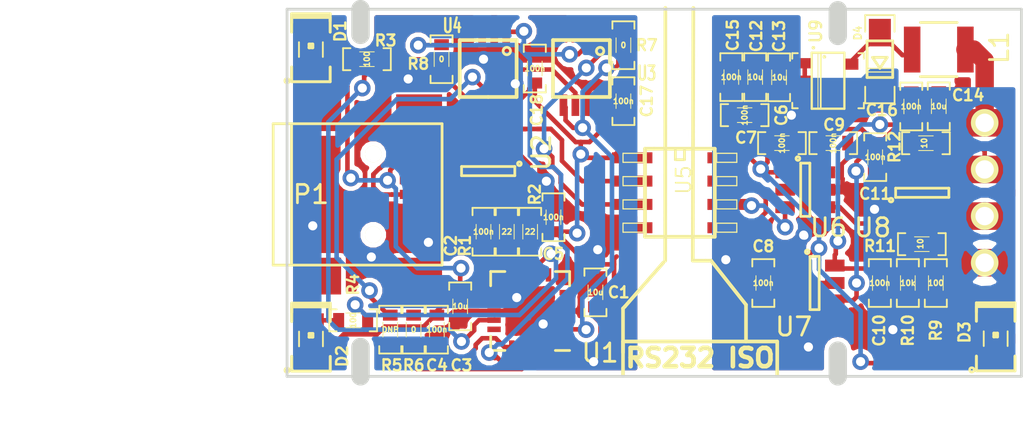
<source format=kicad_pcb>
(kicad_pcb (version 4) (host pcbnew 0.201512231246+6403~40~ubuntu14.04.1-stable)
  (layers (0 F.Cu signal) (31 B.Cu signal) (34 B.Paste user) (35 F.Paste user) (36 B.SilkS user) (37 F.SilkS user) (38 B.Mask user) (39 F.Mask user) (44 Edge.Cuts user))
  (net 0 "")
  (net 1 3V3)
  (net 2 GND)
  (net 3 +5V)
  (net 4 GNDdevice)
  (net 5 Vdevice)
  (net 6 Vout)
  (net 7 "Net-(D1-Pad1)")
  (net 8 "Net-(D2-Pad1)")
  (net 9 "Net-(D3-Pad1)")
  (net 10 "Net-(D4-Pad2)")
  (net 11 "Net-(P1-Pad2)")
  (net 12 "Net-(P1-Pad3)")
  (net 13 TXdevice)
  (net 14 "Net-(P2-Pad3)")
  (net 15 "Net-(R1-Pad1)")
  (net 16 USBD-)
  (net 17 "Net-(R2-Pad1)")
  (net 18 USBD+)
  (net 19 RXLED)
  (net 20 TXLED)
  (net 21 DIR)
  (net 22 "Net-(R5-Pad2)")
  (net 23 "Net-(R6-Pad2)")
  (net 24 "Net-(R7-Pad1)")
  (net 25 "Net-(R7-Pad2)")
  (net 26 "Net-(R8-Pad1)")
  (net 27 RXdevice)
  (net 28 "Net-(U1-Pad2)")
  (net 29 "Net-(U1-Pad4)")
  (net 30 "Net-(U1-Pad5)")
  (net 31 "Net-(U1-Pad6)")
  (net 32 "Net-(U1-Pad15)")
  (net 33 "Net-(U1-Pad19)")
  (net 34 "Net-(U3-Pad3)")
  (net 35 "Net-(U4-Pad3)")
  (net 36 "Net-(U5-Pad6)")
  (net 37 "Net-(U5-Pad7)")
  (net 38 "Net-(U6-Pad4)")
  (net 39 "Net-(U7-Pad4)")
  (net 40 "Net-(U9-Pad3)")
  (net 41 TXFTDI)
  (net 42 "Net-(P2-Pad2)")
  (module ics:ssop-8 (layer F.Cu) (at 155.956 78.232 180)
    (fp_text reference U4 (at 1.956 2.332 360) (layer F.SilkS) (effects (font (size 0.762 0.508) (thickness 0.127))))
    (fp_text value "DNP(74LVC2G157)" hide)
    (pad 1 smd rect (at -0.98044 1.99898 180) (size 0.4191 1.1684) (layers F.Cu F.Paste F.Mask) (net 41 TXFTDI))
    (pad 2 smd rect (at -0.3302 1.99898 180) (size 0.4191 1.1684) (layers F.Cu F.Paste F.Mask) (net 2 GND))
    (pad 3 smd rect (at 0.3302 1.99898 180) (size 0.4191 1.1684) (layers F.Cu F.Paste F.Mask) (net 35 "Net-(U4-Pad3)"))
    (pad 4 smd rect (at 0.98044 1.99898 180) (size 0.4191 1.1684) (layers F.Cu F.Paste F.Mask) (net 2 GND))
    (pad 5 smd rect (at 0.98044 -1.99898 180) (size 0.4191 1.1684) (layers F.Cu F.Paste F.Mask) (net 26 "Net-(R8-Pad1)"))
    (pad 6 smd rect (at 0.3302 -1.99898 180) (size 0.4191 1.1684) (layers F.Cu F.Paste F.Mask) (net 21 DIR))
    (pad 7 smd rect (at -0.3302 -1.99898 180) (size 0.4191 1.1684) (layers F.Cu F.Paste F.Mask) (net 2 GND))
    (pad 8 smd rect (at -0.98044 -1.99898 180) (size 0.4191 1.1684) (layers F.Cu F.Paste F.Mask) (net 1 3V3))
  )
  (module rescap_sync:SMD-R-0603 (layer F.Cu) (at 179.578 87.8 180)
    (fp_text reference R11 (at 2.278 -0.1 360) (layer F.SilkS) (effects (font (size 0.59944 0.59944) (thickness 0.13))))
    (fp_text value 10 (at 0.078 0.022 270) (layer F.SilkS) (effects (font (size 0.29972 0.29972) (thickness 0.07493))))
    (pad 1 smd rect (at -0.78994 0 180) (size 0.59944 0.79756) (layers F.Cu F.Paste F.Mask) (net 14 "Net-(P2-Pad3)"))
    (pad 2 smd rect (at 0.78994 0 180) (size 0.59944 0.79756) (layers F.Cu F.Paste F.Mask) (net 27 RXdevice))
  )
  (module rescap_sync:SMD-C-0603 (layer F.Cu) (at 161.798 90.424 90)
    (fp_text reference C1 (at 0 1.27 180) (layer F.SilkS) (effects (font (size 0.59944 0.59944) (thickness 0.13))))
    (fp_text value 10u (at 0 0 180) (layer F.SilkS) (effects (font (size 0.29972 0.29972) (thickness 0.07493))))
    (pad 1 smd rect (at -0.78994 0 90) (size 0.59944 0.79756) (layers F.Cu F.Paste F.Mask) (net 1 3V3))
    (pad 2 smd rect (at 0.78994 0 90) (size 0.59944 0.79756) (layers F.Cu F.Paste F.Mask) (net 2 GND))
  )
  (module rescap_sync:SMD-C-0603 (layer F.Cu) (at 155.702 87.122 90)
    (fp_text reference C2 (at -0.762 -1.778 270) (layer F.SilkS) (effects (font (size 0.59944 0.59944) (thickness 0.13))))
    (fp_text value 100n (at 0 0 180) (layer F.SilkS) (effects (font (size 0.29972 0.29972) (thickness 0.07493))))
    (pad 1 smd rect (at -0.78994 0 90) (size 0.59944 0.79756) (layers F.Cu F.Paste F.Mask) (net 1 3V3))
    (pad 2 smd rect (at 0.78994 0 90) (size 0.59944 0.79756) (layers F.Cu F.Paste F.Mask) (net 2 GND))
  )
  (module rescap_sync:SMD-C-0603 (layer F.Cu) (at 154.432 91.186 270)
    (fp_text reference C3 (at 3.214 -0.068 360) (layer F.SilkS) (effects (font (size 0.59944 0.59944) (thickness 0.13))))
    (fp_text value 10u (at 0 0 360) (layer F.SilkS) (effects (font (size 0.29972 0.29972) (thickness 0.07493))))
    (pad 1 smd rect (at -0.78994 0 270) (size 0.59944 0.79756) (layers F.Cu F.Paste F.Mask) (net 3 +5V))
    (pad 2 smd rect (at 0.78994 0 270) (size 0.59944 0.79756) (layers F.Cu F.Paste F.Mask) (net 2 GND))
  )
  (module rescap_sync:SMD-C-0603 (layer F.Cu) (at 153.162 92.456 270)
    (fp_text reference C4 (at 1.944 0 360) (layer F.SilkS) (effects (font (size 0.59944 0.59944) (thickness 0.13))))
    (fp_text value 100n (at 0 0 360) (layer F.SilkS) (effects (font (size 0.29972 0.29972) (thickness 0.07493))))
    (pad 1 smd rect (at -0.78994 0 270) (size 0.59944 0.79756) (layers F.Cu F.Paste F.Mask) (net 3 +5V))
    (pad 2 smd rect (at 0.78994 0 270) (size 0.59944 0.79756) (layers F.Cu F.Paste F.Mask) (net 2 GND))
  )
  (module rescap_sync:SMD-C-0603 (layer F.Cu) (at 159.512 86.33206 90)
    (fp_text reference C5 (at -2 0 180) (layer F.SilkS) (effects (font (size 0.59944 0.59944) (thickness 0.13))))
    (fp_text value 100n (at 0 0 180) (layer F.SilkS) (effects (font (size 0.29972 0.29972) (thickness 0.07493))))
    (pad 1 smd rect (at -0.78994 0 90) (size 0.59944 0.79756) (layers F.Cu F.Paste F.Mask) (net 1 3V3))
    (pad 2 smd rect (at 0.78994 0 90) (size 0.59944 0.79756) (layers F.Cu F.Paste F.Mask) (net 2 GND))
  )
  (module rescap_sync:SMD-C-0603 (layer F.Cu) (at 169.926 80.772 180)
    (fp_text reference C6 (at -2 0 270) (layer F.SilkS) (effects (font (size 0.59944 0.59944) (thickness 0.13))))
    (fp_text value 100n (at 0 0 270) (layer F.SilkS) (effects (font (size 0.29972 0.29972) (thickness 0.07493))))
    (pad 1 smd rect (at -0.78994 0 180) (size 0.59944 0.79756) (layers F.Cu F.Paste F.Mask) (net 4 GNDdevice))
    (pad 2 smd rect (at 0.78994 0 180) (size 0.59944 0.79756) (layers F.Cu F.Paste F.Mask) (net 6 Vout))
  )
  (module rescap_sync:SMD-C-0603 (layer F.Cu) (at 171.958 82.296)
    (fp_text reference C7 (at -1.958 -0.296 180) (layer F.SilkS) (effects (font (size 0.59944 0.59944) (thickness 0.13))))
    (fp_text value 100n (at 0 0 90) (layer F.SilkS) (effects (font (size 0.29972 0.29972) (thickness 0.07493))))
    (pad 1 smd rect (at -0.78994 0) (size 0.59944 0.79756) (layers F.Cu F.Paste F.Mask) (net 6 Vout))
    (pad 2 smd rect (at 0.78994 0) (size 0.59944 0.79756) (layers F.Cu F.Paste F.Mask) (net 4 GNDdevice))
  )
  (module rescap_sync:SMD-C-0603 (layer F.Cu) (at 170.942 89.916 270)
    (fp_text reference C8 (at -2 0 360) (layer F.SilkS) (effects (font (size 0.59944 0.59944) (thickness 0.13))))
    (fp_text value 100n (at 0 0 360) (layer F.SilkS) (effects (font (size 0.29972 0.29972) (thickness 0.07493))))
    (pad 1 smd rect (at -0.78994 0 270) (size 0.59944 0.79756) (layers F.Cu F.Paste F.Mask) (net 6 Vout))
    (pad 2 smd rect (at 0.78994 0 270) (size 0.59944 0.79756) (layers F.Cu F.Paste F.Mask) (net 4 GNDdevice))
  )
  (module rescap_sync:SMD-C-0603 (layer F.Cu) (at 174.752 82.296)
    (fp_text reference C9 (at 0.048 -0.996 180) (layer F.SilkS) (effects (font (size 0.59944 0.59944) (thickness 0.13))))
    (fp_text value 100n (at 0 0 90) (layer F.SilkS) (effects (font (size 0.29972 0.29972) (thickness 0.07493))))
    (pad 1 smd rect (at -0.78994 0) (size 0.59944 0.79756) (layers F.Cu F.Paste F.Mask) (net 5 Vdevice))
    (pad 2 smd rect (at 0.78994 0) (size 0.59944 0.79756) (layers F.Cu F.Paste F.Mask) (net 4 GNDdevice))
  )
  (module rescap_sync:SMD-C-0603 (layer F.Cu) (at 177.292 89.916 270)
    (fp_text reference C10 (at 2.584 0.042 450) (layer F.SilkS) (effects (font (size 0.59944 0.59944) (thickness 0.13))))
    (fp_text value 100n (at 0 0 360) (layer F.SilkS) (effects (font (size 0.29972 0.29972) (thickness 0.07493))))
    (pad 1 smd rect (at -0.78994 0 270) (size 0.59944 0.79756) (layers F.Cu F.Paste F.Mask) (net 5 Vdevice))
    (pad 2 smd rect (at 0.78994 0 270) (size 0.59944 0.79756) (layers F.Cu F.Paste F.Mask) (net 4 GNDdevice))
  )
  (module rescap_sync:SMD-C-0603 (layer F.Cu) (at 177.038 83.058 90)
    (fp_text reference C11 (at -2 0 180) (layer F.SilkS) (effects (font (size 0.59944 0.59944) (thickness 0.13))))
    (fp_text value 100n (at 0 0 180) (layer F.SilkS) (effects (font (size 0.29972 0.29972) (thickness 0.07493))))
    (pad 1 smd rect (at -0.78994 0 90) (size 0.59944 0.79756) (layers F.Cu F.Paste F.Mask) (net 4 GNDdevice))
    (pad 2 smd rect (at 0.78994 0 90) (size 0.59944 0.79756) (layers F.Cu F.Paste F.Mask) (net 5 Vdevice))
  )
  (module rescap_sync:SMD-C-0603 (layer F.Cu) (at 170.5 78.7 270)
    (fp_text reference C12 (at -2.24 -0.058 450) (layer F.SilkS) (effects (font (size 0.59944 0.59944) (thickness 0.13))))
    (fp_text value 10u (at 0 0 360) (layer F.SilkS) (effects (font (size 0.29972 0.29972) (thickness 0.07493))))
    (pad 1 smd rect (at -0.78994 0 270) (size 0.59944 0.79756) (layers F.Cu F.Paste F.Mask) (net 6 Vout))
    (pad 2 smd rect (at 0.78994 0 270) (size 0.59944 0.79756) (layers F.Cu F.Paste F.Mask) (net 4 GNDdevice))
  )
  (module rescap_sync:SMD-C-0603 (layer F.Cu) (at 171.8 78.71006 270)
    (fp_text reference C13 (at -2.24 0 450) (layer F.SilkS) (effects (font (size 0.59944 0.59944) (thickness 0.13))))
    (fp_text value 10u (at 0.01 -0.038 360) (layer F.SilkS) (effects (font (size 0.29972 0.29972) (thickness 0.07493))))
    (pad 1 smd rect (at -0.78994 0 270) (size 0.59944 0.79756) (layers F.Cu F.Paste F.Mask) (net 6 Vout))
    (pad 2 smd rect (at 0.78994 0 270) (size 0.59944 0.79756) (layers F.Cu F.Paste F.Mask) (net 4 GNDdevice))
  )
  (module rescap_sync:SMD-C-0603 (layer F.Cu) (at 180.5 80.28994 90)
    (fp_text reference C14 (at 0.6 1.6 180) (layer F.SilkS) (effects (font (size 0.59944 0.59944) (thickness 0.13))))
    (fp_text value 10u (at 0 0 180) (layer F.SilkS) (effects (font (size 0.29972 0.29972) (thickness 0.07493))))
    (pad 1 smd rect (at -0.78994 0 90) (size 0.59944 0.79756) (layers F.Cu F.Paste F.Mask) (net 5 Vdevice))
    (pad 2 smd rect (at 0.78994 0 90) (size 0.59944 0.79756) (layers F.Cu F.Paste F.Mask) (net 4 GNDdevice))
  )
  (module rescap_sync:SMD-C-0603 (layer F.Cu) (at 169.2 78.7 270)
    (fp_text reference C15 (at -2.286 -0.078 450) (layer F.SilkS) (effects (font (size 0.59944 0.59944) (thickness 0.13))))
    (fp_text value 100n (at 0 0 360) (layer F.SilkS) (effects (font (size 0.29972 0.29972) (thickness 0.07493))))
    (pad 1 smd rect (at -0.78994 0 270) (size 0.59944 0.79756) (layers F.Cu F.Paste F.Mask) (net 6 Vout))
    (pad 2 smd rect (at 0.78994 0 270) (size 0.59944 0.79756) (layers F.Cu F.Paste F.Mask) (net 4 GNDdevice))
  )
  (module rescap_sync:SMD-C-0603 (layer F.Cu) (at 179 80.3 90)
    (fp_text reference C16 (at -0.2 -1.6 180) (layer F.SilkS) (effects (font (size 0.59944 0.59944) (thickness 0.13))))
    (fp_text value 100n (at 0 0 180) (layer F.SilkS) (effects (font (size 0.29972 0.29972) (thickness 0.07493))))
    (pad 1 smd rect (at -0.78994 0 90) (size 0.59944 0.79756) (layers F.Cu F.Paste F.Mask) (net 5 Vdevice))
    (pad 2 smd rect (at 0.78994 0 90) (size 0.59944 0.79756) (layers F.Cu F.Paste F.Mask) (net 4 GNDdevice))
  )
  (module Resistors_SMD:R_1210 (layer F.Cu) (at 180.5 77.2 180)
    (fp_text reference L1 (at -3.3 0.1 270) (layer F.SilkS))
    (fp_text value 47u hide)
    (pad 1 smd rect (at -1.45 0 180) (size 0.9 2.5) (layers F.Cu F.Paste F.Mask) (net 5 Vdevice))
    (pad 2 smd rect (at 1.45 0 180) (size 0.9 2.5) (layers F.Cu F.Paste F.Mask) (net 10 "Net-(D4-Pad2)"))
  )
  (module Connect:USB_Mini-B (layer F.Cu) (at 148.844 85.09)
    (fp_text reference P1 (at -2.54 0) (layer F.SilkS))
    (fp_text value EDAC-690-005-299-143 hide)
    (pad 1 smd rect (at 3.44932 -1.6002) (size 2.30124 0.50038) (layers F.Cu F.Paste F.Mask) (net 3 +5V))
    (pad 2 smd rect (at 3.44932 -0.8001) (size 2.30124 0.50038) (layers F.Cu F.Paste F.Mask) (net 11 "Net-(P1-Pad2)"))
    (pad 3 smd rect (at 3.44932 0) (size 2.30124 0.50038) (layers F.Cu F.Paste F.Mask) (net 12 "Net-(P1-Pad3)"))
    (pad 4 smd rect (at 3.44932 0.8001) (size 2.30124 0.50038) (layers F.Cu F.Paste F.Mask) (net 2 GND))
    (pad 5 smd rect (at 3.44932 1.6002) (size 2.30124 0.50038) (layers F.Cu F.Paste F.Mask) (net 2 GND))
    (pad 6 smd rect (at 3.35026 -4.45008) (size 2.49936 1.99898) (layers F.Cu F.Paste F.Mask))
    (pad 6 smd rect (at -2.14884 -4.45008) (size 2.49936 1.99898) (layers F.Cu F.Paste F.Mask))
    (pad 6 smd rect (at 3.35026 4.45008) (size 2.49936 1.99898) (layers F.Cu F.Paste F.Mask))
    (pad 6 smd rect (at -2.14884 4.45008) (size 2.49936 1.99898) (layers F.Cu F.Paste F.Mask))
    (pad "" np_thru_hole circle (at 0.8509 -2.19964) (size 0.89916 0.89916) (drill 0.89916) (layers *.Cu *.Mask F.SilkS))
    (pad "" np_thru_hole circle (at 0.8509 2.19964) (size 0.89916 0.89916) (drill 0.89916) (layers *.Cu *.Mask F.SilkS))
  )
  (module msp430isp:ISP_MSP430_2.54 (layer F.Cu) (at 183 85)
    (fp_text reference P2 hide)
    (fp_text value CONN_01X04 hide)
    (pad 4 smd rect (at 0 3.81) (size 2.99974 1.50114) (layers F.Cu F.Mask) (net 4 GNDdevice))
    (pad 1 smd rect (at 0 -3.81) (size 2.99974 1.50114) (layers F.Cu F.Mask) (net 5 Vdevice))
    (pad 2 smd rect (at 0 -1.27) (size 2.99974 1.50114) (layers F.Cu F.Mask) (net 42 "Net-(P2-Pad2)"))
    (pad 3 smd rect (at 0 1.27) (size 2.99974 1.50114) (layers F.Cu F.Mask) (net 14 "Net-(P2-Pad3)"))
    (pad 1 thru_hole circle (at 0 -3.81) (size 1.50114 1.50114) (drill 1.00076) (layers *.Cu *.Mask F.SilkS) (net 5 Vdevice))
    (pad 2 thru_hole circle (at 0 -1.27) (size 1.50114 1.50114) (drill 1.00076) (layers *.Cu *.Mask F.SilkS) (net 42 "Net-(P2-Pad2)"))
    (pad 3 thru_hole circle (at 0 1.27) (size 1.50114 1.50114) (drill 1.00076) (layers *.Cu *.Mask F.SilkS) (net 14 "Net-(P2-Pad3)"))
    (pad 4 thru_hole circle (at 0 3.81) (size 1.50114 1.50114) (drill 1.00076) (layers *.Cu *.Mask F.SilkS) (net 4 GNDdevice))
  )
  (module rescap_sync:SMD-R-0603 (layer F.Cu) (at 156.972 87.122 90)
    (fp_text reference R1 (at -0.762 -2.286 270) (layer F.SilkS) (effects (font (size 0.59944 0.59944) (thickness 0.13))))
    (fp_text value 22 (at 0 0 180) (layer F.SilkS) (effects (font (size 0.29972 0.29972) (thickness 0.07493))))
    (pad 1 smd rect (at -0.78994 0 90) (size 0.59944 0.79756) (layers F.Cu F.Paste F.Mask) (net 15 "Net-(R1-Pad1)"))
    (pad 2 smd rect (at 0.78994 0 90) (size 0.59944 0.79756) (layers F.Cu F.Paste F.Mask) (net 16 USBD-))
  )
  (module rescap_sync:SMD-R-0603 (layer F.Cu) (at 158.242 87.122 90)
    (fp_text reference R2 (at 2.032 0.254 270) (layer F.SilkS) (effects (font (size 0.59944 0.59944) (thickness 0.13))))
    (fp_text value 22 (at 0 0 180) (layer F.SilkS) (effects (font (size 0.29972 0.29972) (thickness 0.07493))))
    (pad 1 smd rect (at -0.78994 0 90) (size 0.59944 0.79756) (layers F.Cu F.Paste F.Mask) (net 17 "Net-(R2-Pad1)"))
    (pad 2 smd rect (at 0.78994 0 90) (size 0.59944 0.79756) (layers F.Cu F.Paste F.Mask) (net 18 USBD+))
  )
  (module rescap_sync:SMD-R-0603 (layer F.Cu) (at 149.352 77.724)
    (fp_text reference R3 (at 1.016 -1.016 180) (layer F.SilkS) (effects (font (size 0.59944 0.59944) (thickness 0.13))))
    (fp_text value 100 (at 0 0 90) (layer F.SilkS) (effects (font (size 0.29972 0.29972) (thickness 0.07493))))
    (pad 1 smd rect (at -0.78994 0) (size 0.59944 0.79756) (layers F.Cu F.Paste F.Mask) (net 7 "Net-(D1-Pad1)"))
    (pad 2 smd rect (at 0.78994 0) (size 0.59944 0.79756) (layers F.Cu F.Paste F.Mask) (net 19 RXLED))
  )
  (module rescap_sync:SMD-R-0603 (layer F.Cu) (at 148.6 91.948)
    (fp_text reference R4 (at 0 -1.948 270) (layer F.SilkS) (effects (font (size 0.59944 0.59944) (thickness 0.13))))
    (fp_text value 100 (at 0 0 90) (layer F.SilkS) (effects (font (size 0.29972 0.29972) (thickness 0.07493))))
    (pad 1 smd rect (at -0.78994 0) (size 0.59944 0.79756) (layers F.Cu F.Paste F.Mask) (net 8 "Net-(D2-Pad1)"))
    (pad 2 smd rect (at 0.78994 0) (size 0.59944 0.79756) (layers F.Cu F.Paste F.Mask) (net 20 TXLED))
  )
  (module rescap_sync:SMD-R-0603 (layer F.Cu) (at 150.622 92.456 270)
    (fp_text reference R5 (at 1.944 -0.078 360) (layer F.SilkS) (effects (font (size 0.59944 0.59944) (thickness 0.13))))
    (fp_text value DNP (at 0 0 360) (layer F.SilkS) (effects (font (size 0.29972 0.29972) (thickness 0.07493))))
    (pad 1 smd rect (at -0.78994 0 270) (size 0.59944 0.79756) (layers F.Cu F.Paste F.Mask) (net 21 DIR))
    (pad 2 smd rect (at 0.78994 0 270) (size 0.59944 0.79756) (layers F.Cu F.Paste F.Mask) (net 22 "Net-(R5-Pad2)"))
  )
  (module rescap_sync:SMD-R-0603 (layer F.Cu) (at 151.892 92.456 270)
    (fp_text reference R6 (at 1.944 -0.008 360) (layer F.SilkS) (effects (font (size 0.59944 0.59944) (thickness 0.13))))
    (fp_text value 0 (at 0 0 360) (layer F.SilkS) (effects (font (size 0.29972 0.29972) (thickness 0.07493))))
    (pad 1 smd rect (at -0.78994 0 270) (size 0.59944 0.79756) (layers F.Cu F.Paste F.Mask) (net 21 DIR))
    (pad 2 smd rect (at 0.78994 0 270) (size 0.59944 0.79756) (layers F.Cu F.Paste F.Mask) (net 23 "Net-(R6-Pad2)"))
  )
  (module rescap_sync:SMD-R-0603 (layer F.Cu) (at 163.322 76.962 270)
    (fp_text reference R7 (at 0 -1.27 360) (layer F.SilkS) (effects (font (size 0.59944 0.59944) (thickness 0.13))))
    (fp_text value 0 (at 0 0 360) (layer F.SilkS) (effects (font (size 0.29972 0.29972) (thickness 0.07493))))
    (pad 1 smd rect (at -0.78994 0 270) (size 0.59944 0.79756) (layers F.Cu F.Paste F.Mask) (net 24 "Net-(R7-Pad1)"))
    (pad 2 smd rect (at 0.78994 0 270) (size 0.59944 0.79756) (layers F.Cu F.Paste F.Mask) (net 25 "Net-(R7-Pad2)"))
  )
  (module rescap_sync:SMD-R-0603 (layer F.Cu) (at 153.416 77.724 90)
    (fp_text reference R8 (at -0.254 -1.27 180) (layer F.SilkS) (effects (font (size 0.59944 0.59944) (thickness 0.13))))
    (fp_text value 0 (at 0 0 180) (layer F.SilkS) (effects (font (size 0.29972 0.29972) (thickness 0.07493))))
    (pad 1 smd rect (at -0.78994 0 90) (size 0.59944 0.79756) (layers F.Cu F.Paste F.Mask) (net 26 "Net-(R8-Pad1)"))
    (pad 2 smd rect (at 0.78994 0 90) (size 0.59944 0.79756) (layers F.Cu F.Paste F.Mask) (net 41 TXFTDI))
  )
  (module rescap_sync:SMD-R-0603 (layer F.Cu) (at 180.34 89.916 90)
    (fp_text reference R9 (at -2.584 0 270) (layer F.SilkS) (effects (font (size 0.59944 0.59944) (thickness 0.13))))
    (fp_text value 100 (at 0 0 180) (layer F.SilkS) (effects (font (size 0.29972 0.29972) (thickness 0.07493))))
    (pad 1 smd rect (at -0.78994 0 90) (size 0.59944 0.79756) (layers F.Cu F.Paste F.Mask) (net 9 "Net-(D3-Pad1)"))
    (pad 2 smd rect (at 0.78994 0 90) (size 0.59944 0.79756) (layers F.Cu F.Paste F.Mask) (net 4 GNDdevice))
  )
  (module rescap_sync:SMD-R-0603 (layer F.Cu) (at 178.816 89.916 270)
    (fp_text reference R10 (at 2.584 0 450) (layer F.SilkS) (effects (font (size 0.59944 0.59944) (thickness 0.13))))
    (fp_text value 10k (at 0 0 360) (layer F.SilkS) (effects (font (size 0.29972 0.29972) (thickness 0.07493))))
    (pad 1 smd rect (at -0.78994 0 270) (size 0.59944 0.79756) (layers F.Cu F.Paste F.Mask) (net 27 RXdevice))
    (pad 2 smd rect (at 0.78994 0 270) (size 0.59944 0.79756) (layers F.Cu F.Paste F.Mask) (net 4 GNDdevice))
  )
  (module ics:ssop-8 (layer F.Cu) (at 161.036 78.232 180)
    (fp_text reference U3 (at -3.556 -0.254 360) (layer F.SilkS) (effects (font (size 0.762 0.508) (thickness 0.127))))
    (fp_text value "DNP(74LVC2G157)" hide)
    (pad 1 smd rect (at -0.98044 1.99898 180) (size 0.4191 1.1684) (layers F.Cu F.Paste F.Mask) (net 24 "Net-(R7-Pad1)"))
    (pad 2 smd rect (at -0.3302 1.99898 180) (size 0.4191 1.1684) (layers F.Cu F.Paste F.Mask) (net 41 TXFTDI))
    (pad 3 smd rect (at 0.3302 1.99898 180) (size 0.4191 1.1684) (layers F.Cu F.Paste F.Mask) (net 34 "Net-(U3-Pad3)"))
    (pad 4 smd rect (at 0.98044 1.99898 180) (size 0.4191 1.1684) (layers F.Cu F.Paste F.Mask) (net 2 GND))
    (pad 5 smd rect (at 0.98044 -1.99898 180) (size 0.4191 1.1684) (layers F.Cu F.Paste F.Mask) (net 25 "Net-(R7-Pad2)"))
    (pad 6 smd rect (at 0.3302 -1.99898 180) (size 0.4191 1.1684) (layers F.Cu F.Paste F.Mask) (net 21 DIR))
    (pad 7 smd rect (at -0.3302 -1.99898 180) (size 0.4191 1.1684) (layers F.Cu F.Paste F.Mask) (net 2 GND))
    (pad 8 smd rect (at -0.98044 -1.99898 180) (size 0.4191 1.1684) (layers F.Cu F.Paste F.Mask) (net 1 3V3))
  )
  (module diodestransistors:SOD323-W (layer F.Cu) (at 177.292 77.724 90)
    (fp_text reference D4 (at 1.424 -1.2 90) (layer F.SilkS) (effects (font (size 0.4 0.4) (thickness 0.0889))))
    (fp_text value PMEG3010 hide)
    (pad 2 smd rect (at 1.4478 0 90) (size 1.4986 1.19888) (layers F.Cu F.Paste F.Mask) (net 10 "Net-(D4-Pad2)"))
    (pad 1 smd rect (at -1.4478 0 90) (size 1.4986 1.19888) (layers F.Cu F.Paste F.Mask) (net 6 Vout))
  )
  (module Housings_DFN_QFN:QFN-20-1EP_4x4mm_Pitch0.5mm (layer F.Cu) (at 158.242 91.44 180)
    (fp_text reference U1 (at -3.81 -2.286 180) (layer F.SilkS))
    (fp_text value FT231XQ)
    (pad 1 smd rect (at -1.965 -1 180) (size 0.73 0.3) (layers F.Cu F.Paste F.Mask) (net 25 "Net-(R7-Pad2)"))
    (pad 2 smd rect (at -1.965 -0.5 180) (size 0.73 0.3) (layers F.Cu F.Paste F.Mask) (net 28 "Net-(U1-Pad2)"))
    (pad 3 smd rect (at -1.965 0 180) (size 0.73 0.3) (layers F.Cu F.Paste F.Mask) (net 2 GND))
    (pad 4 smd rect (at -1.965 0.5 180) (size 0.73 0.3) (layers F.Cu F.Paste F.Mask) (net 29 "Net-(U1-Pad4)"))
    (pad 5 smd rect (at -1.965 1 180) (size 0.73 0.3) (layers F.Cu F.Paste F.Mask) (net 30 "Net-(U1-Pad5)"))
    (pad 6 smd rect (at -1 1.965 270) (size 0.73 0.3) (layers F.Cu F.Paste F.Mask) (net 31 "Net-(U1-Pad6)"))
    (pad 7 smd rect (at -0.5 1.965 270) (size 0.73 0.3) (layers F.Cu F.Paste F.Mask) (net 20 TXLED))
    (pad 8 smd rect (at 0 1.965 270) (size 0.73 0.3) (layers F.Cu F.Paste F.Mask) (net 17 "Net-(R2-Pad1)"))
    (pad 9 smd rect (at 0.5 1.965 270) (size 0.73 0.3) (layers F.Cu F.Paste F.Mask) (net 15 "Net-(R1-Pad1)"))
    (pad 10 smd rect (at 1 1.965 270) (size 0.73 0.3) (layers F.Cu F.Paste F.Mask) (net 1 3V3))
    (pad 11 smd rect (at 1.965 1 180) (size 0.73 0.3) (layers F.Cu F.Paste F.Mask) (net 1 3V3))
    (pad 12 smd rect (at 1.965 0.5 180) (size 0.73 0.3) (layers F.Cu F.Paste F.Mask) (net 3 +5V))
    (pad 13 smd rect (at 1.965 0 180) (size 0.73 0.3) (layers F.Cu F.Paste F.Mask) (net 2 GND))
    (pad 14 smd rect (at 1.965 -0.5 180) (size 0.73 0.3) (layers F.Cu F.Paste F.Mask) (net 19 RXLED))
    (pad 15 smd rect (at 1.965 -1 180) (size 0.73 0.3) (layers F.Cu F.Paste F.Mask) (net 32 "Net-(U1-Pad15)"))
    (pad 16 smd rect (at 1 -1.965 270) (size 0.73 0.3) (layers F.Cu F.Paste F.Mask) (net 23 "Net-(R6-Pad2)"))
    (pad 17 smd rect (at 0.5 -1.965 270) (size 0.73 0.3) (layers F.Cu F.Paste F.Mask) (net 41 TXFTDI))
    (pad 18 smd rect (at 0 -1.965 270) (size 0.73 0.3) (layers F.Cu F.Paste F.Mask) (net 22 "Net-(R5-Pad2)"))
    (pad 19 smd rect (at -0.5 -1.965 270) (size 0.73 0.3) (layers F.Cu F.Paste F.Mask) (net 33 "Net-(U1-Pad19)"))
    (pad 20 smd rect (at -1 -1.965 270) (size 0.73 0.3) (layers F.Cu F.Paste F.Mask) (net 1 3V3))
    (pad 21 smd rect (at 0.625 0.625 180) (size 1.25 1.25) (layers F.Cu F.Paste F.Mask) (net 2 GND))
    (pad 21 smd rect (at 0.625 -0.625 180) (size 1.25 1.25) (layers F.Cu F.Paste F.Mask) (net 2 GND))
    (pad 21 smd rect (at -0.625 0.625 180) (size 1.25 1.25) (layers F.Cu F.Paste F.Mask) (net 2 GND))
    (pad 21 smd rect (at -0.625 -0.625 180) (size 1.25 1.25) (layers F.Cu F.Paste F.Mask) (net 2 GND))
  )
  (module TO_SOT_Packages_SMD:SOT-23-6 (layer F.Cu) (at 155.956 83.82 270)
    (fp_text reference U2 (at -1.016 -2.9 270) (layer F.SilkS))
    (fp_text value TPD2S017 hide)
    (pad 1 smd rect (at -1.1 -0.95 270) (size 1.06 0.65) (layers F.Cu F.Paste F.Mask) (net 18 USBD+))
    (pad 2 smd rect (at -1.1 0 270) (size 1.06 0.65) (layers F.Cu F.Paste F.Mask) (net 2 GND))
    (pad 3 smd rect (at -1.1 0.95 270) (size 1.06 0.65) (layers F.Cu F.Paste F.Mask) (net 12 "Net-(P1-Pad3)"))
    (pad 4 smd rect (at 1.1 0.95 270) (size 1.06 0.65) (layers F.Cu F.Paste F.Mask) (net 11 "Net-(P1-Pad2)"))
    (pad 6 smd rect (at 1.1 -0.95 270) (size 1.06 0.65) (layers F.Cu F.Paste F.Mask) (net 16 USBD-))
    (pad 5 smd rect (at 1.1 0 270) (size 1.06 0.65) (layers F.Cu F.Paste F.Mask) (net 3 +5V))
  )
  (module TO_SOT_Packages_SMD:SOT-23-6 (layer F.Cu) (at 173.736 89.916)
    (fp_text reference U7 (at -1.136 2.384) (layer F.SilkS))
    (fp_text value SN74LVC1T45DBV hide)
    (pad 1 smd rect (at -1.1 -0.95) (size 1.06 0.65) (layers F.Cu F.Paste F.Mask) (net 6 Vout))
    (pad 2 smd rect (at -1.1 0) (size 1.06 0.65) (layers F.Cu F.Paste F.Mask) (net 4 GNDdevice))
    (pad 3 smd rect (at -1.1 0.95) (size 1.06 0.65) (layers F.Cu F.Paste F.Mask) (net 37 "Net-(U5-Pad7)"))
    (pad 4 smd rect (at 1.1 0.95) (size 1.06 0.65) (layers F.Cu F.Paste F.Mask) (net 39 "Net-(U7-Pad4)"))
    (pad 6 smd rect (at 1.1 -0.95) (size 1.06 0.65) (layers F.Cu F.Paste F.Mask) (net 5 Vdevice))
    (pad 5 smd rect (at 1.1 0) (size 1.06 0.65) (layers F.Cu F.Paste F.Mask) (net 6 Vout))
  )
  (module TO_SOT_Packages_SMD:SOT-23-6 (layer F.Cu) (at 179.6 85 90)
    (fp_text reference U8 (at -1.9 -2.7 180) (layer F.SilkS))
    (fp_text value TPD2S017)
    (pad 1 smd rect (at -1.1 -0.95 90) (size 1.06 0.65) (layers F.Cu F.Paste F.Mask) (net 38 "Net-(U6-Pad4)"))
    (pad 2 smd rect (at -1.1 0 90) (size 1.06 0.65) (layers F.Cu F.Paste F.Mask) (net 4 GNDdevice))
    (pad 3 smd rect (at -1.1 0.95 90) (size 1.06 0.65) (layers F.Cu F.Paste F.Mask) (net 27 RXdevice))
    (pad 4 smd rect (at 1.1 0.95 90) (size 1.06 0.65) (layers F.Cu F.Paste F.Mask) (net 13 TXdevice))
    (pad 6 smd rect (at 1.1 -0.95 90) (size 1.06 0.65) (layers F.Cu F.Paste F.Mask) (net 39 "Net-(U7-Pad4)"))
    (pad 5 smd rect (at 1.1 0 90) (size 1.06 0.65) (layers F.Cu F.Paste F.Mask) (net 5 Vdevice))
  )
  (module diodestransistors:SOT23-5 (layer F.Cu) (at 174.47 78.8975 270)
    (fp_text reference U9 (at -2.6975 0.67 270) (layer F.SilkS) (effects (font (size 0.635 0.635) (thickness 0.127))))
    (fp_text value NCP1402SN50T1G hide)
    (pad 1 smd rect (at -0.9525 1.27 270) (size 0.558 0.762) (layers F.Cu F.Paste F.Mask) (net 6 Vout))
    (pad 3 smd rect (at 0.9525 1.27 270) (size 0.558 0.762) (layers F.Cu F.Paste F.Mask) (net 40 "Net-(U9-Pad3)"))
    (pad 5 smd rect (at -0.9025 -1.27 270) (size 0.608 0.762) (layers F.Cu F.Paste F.Mask) (net 10 "Net-(D4-Pad2)"))
    (pad 2 smd rect (at 0 1.27 270) (size 0.558 0.762) (layers F.Cu F.Paste F.Mask) (net 6 Vout))
    (pad 4 smd rect (at 0.9025 -1.27 270) (size 0.6 0.762) (layers F.Cu F.Paste F.Mask) (net 4 GNDdevice))
  )
  (module TO_SOT_Packages_SMD:SOT-23-6 (layer F.Cu) (at 173.228 84.836)
    (fp_text reference U6 (at 1.272 2.064) (layer F.SilkS))
    (fp_text value SN74LVC1T45DBV hide)
    (pad 1 smd rect (at -1.1 -0.95) (size 1.06 0.65) (layers F.Cu F.Paste F.Mask) (net 6 Vout))
    (pad 2 smd rect (at -1.1 0) (size 1.06 0.65) (layers F.Cu F.Paste F.Mask) (net 4 GNDdevice))
    (pad 3 smd rect (at -1.1 0.95) (size 1.06 0.65) (layers F.Cu F.Paste F.Mask) (net 36 "Net-(U5-Pad6)"))
    (pad 4 smd rect (at 1.1 0.95) (size 1.06 0.65) (layers F.Cu F.Paste F.Mask) (net 38 "Net-(U6-Pad4)"))
    (pad 6 smd rect (at 1.1 -0.95) (size 1.06 0.65) (layers F.Cu F.Paste F.Mask) (net 5 Vdevice))
    (pad 5 smd rect (at 1.1 0) (size 1.06 0.65) (layers F.Cu F.Paste F.Mask) (net 4 GNDdevice))
  )
  (module rescap_sync:SMD-C-0603 (layer F.Cu) (at 163.322 80.01 270)
    (fp_text reference C17 (at 0 -1.27 450) (layer F.SilkS) (effects (font (size 0.59944 0.59944) (thickness 0.13))))
    (fp_text value 100n (at 0 0 360) (layer F.SilkS) (effects (font (size 0.29972 0.29972) (thickness 0.07493))))
    (pad 1 smd rect (at -0.78994 0 270) (size 0.59944 0.79756) (layers F.Cu F.Paste F.Mask) (net 2 GND))
    (pad 2 smd rect (at 0.78994 0 270) (size 0.59944 0.79756) (layers F.Cu F.Paste F.Mask) (net 1 3V3))
  )
  (module rescap_sync:SMD-C-0603 (layer F.Cu) (at 158.496 78.232 270)
    (fp_text reference C18 (at 2.268 -0.104 450) (layer F.SilkS) (effects (font (size 0.59944 0.59944) (thickness 0.13))))
    (fp_text value 100n (at 0 0 360) (layer F.SilkS) (effects (font (size 0.29972 0.29972) (thickness 0.07493))))
    (pad 1 smd rect (at -0.78994 0 270) (size 0.59944 0.79756) (layers F.Cu F.Paste F.Mask) (net 2 GND))
    (pad 2 smd rect (at 0.78994 0 270) (size 0.59944 0.79756) (layers F.Cu F.Paste F.Mask) (net 1 3V3))
  )
  (module pwrled:LED0805 (layer F.Cu) (at 146.3 77.2 90)
    (fp_text reference D1 (at 1 1.6 270) (layer F.SilkS) (effects (font (size 0.6 0.6) (thickness 0.13))))
    (fp_text value LED hide)
    (pad 2 smd rect (at -0.9525 0 90) (size 0.889 1.397) (layers F.Cu F.Paste F.Mask) (net 3 +5V))
    (pad 1 smd rect (at 0.9525 0 90) (size 0.889 1.397) (layers F.Cu F.Paste F.Mask) (net 7 "Net-(D1-Pad1)"))
  )
  (module pwrled:LED0805 (layer F.Cu) (at 146.304 92.964 90)
    (fp_text reference D2 (at -0.936 1.696 270) (layer F.SilkS) (effects (font (size 0.6 0.6) (thickness 0.13))))
    (fp_text value LED hide)
    (pad 2 smd rect (at -0.9525 0 90) (size 0.889 1.397) (layers F.Cu F.Paste F.Mask) (net 3 +5V))
    (pad 1 smd rect (at 0.9525 0 90) (size 0.889 1.397) (layers F.Cu F.Paste F.Mask) (net 8 "Net-(D2-Pad1)"))
  )
  (module pwrled:LED0805 (layer F.Cu) (at 183.6 92.9475 90)
    (fp_text reference D3 (at 0.3475 -1.7 270) (layer F.SilkS) (effects (font (size 0.6 0.6) (thickness 0.13))))
    (fp_text value LED hide)
    (pad 2 smd rect (at -0.9525 0 90) (size 0.889 1.397) (layers F.Cu F.Paste F.Mask) (net 6 Vout))
    (pad 1 smd rect (at 0.9525 0 90) (size 0.889 1.397) (layers F.Cu F.Paste F.Mask) (net 9 "Net-(D3-Pad1)"))
  )
  (module rescap_sync:SMD-R-0603 (layer F.Cu) (at 179.8 82.3 180)
    (fp_text reference R12 (at 1.71006 -0.2 270) (layer F.SilkS) (effects (font (size 0.59944 0.59944) (thickness 0.13))))
    (fp_text value 10 (at 0.08994 0 270) (layer F.SilkS) (effects (font (size 0.29972 0.29972) (thickness 0.07493))))
    (pad 1 smd rect (at -0.78994 0 180) (size 0.59944 0.79756) (layers F.Cu F.Paste F.Mask) (net 42 "Net-(P2-Pad2)"))
    (pad 2 smd rect (at 0.78994 0 180) (size 0.59944 0.79756) (layers F.Cu F.Paste F.Mask) (net 13 TXdevice))
  )
  (module michaellib:SO08 (layer F.Cu) (at 166.4 85 270)
    (fp_text reference U5 (at -0.7 -0.2 270) (layer F.SilkS) (effects (font (size 0.8001 0.8001) (thickness 0.0889))))
    (fp_text value Si8621BB hide)
    (pad 1 smd rect (at -1.905 2.59842 270) (size 0.59944 2.19964) (layers F.Cu F.Paste F.Mask) (net 1 3V3))
    (pad 2 smd rect (at -0.635 2.59842 270) (size 0.59944 2.19964) (layers F.Cu F.Paste F.Mask) (net 26 "Net-(R8-Pad1)"))
    (pad 3 smd rect (at 0.635 2.59842 270) (size 0.59944 2.19964) (layers F.Cu F.Paste F.Mask) (net 24 "Net-(R7-Pad1)"))
    (pad 4 smd rect (at 1.905 2.59842 270) (size 0.59944 2.19964) (layers F.Cu F.Paste F.Mask) (net 2 GND))
    (pad 5 smd rect (at 1.905 -2.59842 270) (size 0.59944 2.19964) (layers F.Cu F.Paste F.Mask) (net 4 GNDdevice))
    (pad 6 smd rect (at 0.635 -2.59842 270) (size 0.59944 2.19964) (layers F.Cu F.Paste F.Mask) (net 36 "Net-(U5-Pad6)"))
    (pad 7 smd rect (at -0.635 -2.59842 270) (size 0.59944 2.19964) (layers F.Cu F.Paste F.Mask) (net 37 "Net-(U5-Pad7)"))
    (pad 8 smd rect (at -1.905 -2.59842 270) (size 0.59944 2.19964) (layers F.Cu F.Paste F.Mask) (net 6 Vout))
  )
  (gr_line (start 170 91.1) (end 170 93.1) (layer F.SilkS) (width 0.2))
  (gr_line (start 168.1 88.7) (end 170 91.1) (layer F.SilkS) (width 0.2))
  (gr_line (start 167.8 88.7) (end 168.1 88.7) (layer F.SilkS) (width 0.2))
  (gr_line (start 167.2 88.7) (end 167.8 88.7) (layer F.SilkS) (width 0.2))
  (gr_line (start 163.3 91.3) (end 163.3 93.7) (layer F.SilkS) (width 0.2))
  (gr_line (start 163.4 91.2) (end 163.3 91.3) (layer F.SilkS) (width 0.2))
  (gr_line (start 165.5 88.8) (end 163.4 91.2) (layer F.SilkS) (width 0.2))
  (gr_line (start 171.7 93.1) (end 171.7 94.9) (layer F.SilkS) (width 0.2))
  (gr_line (start 163.3 93.1) (end 171.7 93.1) (layer F.SilkS) (width 0.2))
  (gr_line (start 163.3 93.1) (end 163.3 94.9) (layer F.SilkS) (width 0.2))
  (gr_text "RS232 ISO" (at 167.5 94) (layer F.SilkS) (effects (font (size 1 1) (thickness 0.25))))
  (gr_line (start 149 75) (end 149 76.4) (angle 90) (layer Edge.Cuts) (width 1))
  (gr_line (start 167.132 74.93) (end 167.1 88.7) (angle 90) (layer F.SilkS) (width 0.2))
  (gr_line (start 165.6 88.7) (end 165.608 74.93) (angle 90) (layer F.SilkS) (width 0.2))
  (gr_line (start 175 76.458) (end 175 75.058) (angle 90) (layer Edge.Cuts) (width 1))
  (gr_line (start 175 95) (end 175 93.6) (angle 90) (layer Edge.Cuts) (width 1))
  (gr_line (start 149 95) (end 149 93.4) (angle 90) (layer Edge.Cuts) (width 1))
  (gr_line (start 185 75) (end 185 95) (angle 90) (layer Edge.Cuts) (width 0.15))
  (gr_line (start 145 75) (end 185 75) (angle 90) (layer Edge.Cuts) (width 0.15))
  (gr_line (start 145 95) (end 145 75) (angle 90) (layer Edge.Cuts) (width 0.15))
  (gr_line (start 145 95) (end 185 95) (angle 90) (layer Edge.Cuts) (width 0.15))
  (segment (start 161.6 83.095) (end 161.9 83.095) (width 0.25) (layer F.Cu) (net 1))
  (segment (start 163.80158 83.095) (end 161.9 83.095) (width 0.25) (layer F.Cu) (net 1))
  (segment (start 161.9 83.095) (end 162.7 83.095) (width 0.25) (layer F.Cu) (net 1))
  (segment (start 163.322 82.3) (end 163.322 81.34966) (width 0.25) (layer F.Cu) (net 1))
  (segment (start 163.322 82.473) (end 163.322 82.3) (width 0.25) (layer F.Cu) (net 1))
  (segment (start 163.322 82.3) (end 163.5563 82.3) (width 0.25) (layer F.Cu) (net 1))
  (segment (start 163.5563 82.3) (end 163.80158 82.54528) (width 0.25) (layer F.Cu) (net 1))
  (segment (start 163.80158 82.54528) (end 163.80158 83.095) (width 0.25) (layer F.Cu) (net 1))
  (segment (start 161.6 83.095) (end 161.195 83.095) (width 0.25) (layer F.Cu) (net 1))
  (segment (start 161.195 83.095) (end 161 82.9) (width 0.25) (layer F.Cu) (net 1))
  (segment (start 161.473157 82.237819) (end 161 82.237819) (width 0.25) (layer F.Cu) (net 1))
  (segment (start 161 82.237819) (end 160.721234 82.237819) (width 0.25) (layer F.Cu) (net 1))
  (segment (start 161 82.9) (end 161 82.263604) (width 0.25) (layer F.Cu) (net 1))
  (segment (start 161 82.263604) (end 161 82.237819) (width 0.25) (layer F.Cu) (net 1))
  (segment (start 160.8 87.2) (end 160.8 83.1) (width 0.25) (layer B.Cu) (net 1))
  (segment (start 160.8 83.1) (end 161 82.9) (width 0.25) (layer B.Cu) (net 1))
  (via (at 161 82.9) (size 0.9) (drill 0.5) (layers F.Cu B.Cu) (net 1))
  (segment (start 159.512 87.122) (end 160.722 87.122) (width 0.25) (layer F.Cu) (net 1))
  (segment (start 160.722 87.122) (end 160.8 87.2) (width 0.25) (layer F.Cu) (net 1))
  (via (at 160.8 87.2) (size 0.9) (drill 0.5) (layers F.Cu B.Cu) (net 1))
  (segment (start 159.512 87.122) (end 156.2 87.122) (width 0.25) (layer F.Cu) (net 1))
  (segment (start 155.94222 87.122) (end 156.2 87.122) (width 0.25) (layer F.Cu) (net 1))
  (segment (start 155.702 87.91194) (end 155.702 87.36222) (width 0.25) (layer F.Cu) (net 1))
  (segment (start 155.702 87.36222) (end 155.94222 87.122) (width 0.25) (layer F.Cu) (net 1))
  (segment (start 156.277 90.04) (end 156.277 90.44) (width 0.25) (layer F.Cu) (net 1))
  (segment (start 156.277 89.760757) (end 156.277 90.04) (width 0.25) (layer F.Cu) (net 1))
  (segment (start 158.496 80.012585) (end 158.496 79.57166) (width 0.25) (layer F.Cu) (net 1))
  (segment (start 162.01644 81.694536) (end 161.473157 82.237819) (width 0.25) (layer F.Cu) (net 1))
  (segment (start 162.01644 80.23098) (end 162.01644 81.694536) (width 0.25) (layer F.Cu) (net 1))
  (segment (start 158.496 79.57166) (end 158.496 79.02194) (width 0.25) (layer F.Cu) (net 1))
  (segment (start 160.721234 82.237819) (end 158.496 80.012585) (width 0.25) (layer F.Cu) (net 1))
  (segment (start 159.642 93.405) (end 159.242 93.405) (width 0.25) (layer F.Cu) (net 1))
  (segment (start 161.611 93.405) (end 159.642 93.405) (width 0.25) (layer F.Cu) (net 1))
  (segment (start 162.075002 92.940998) (end 161.611 93.405) (width 0.25) (layer F.Cu) (net 1))
  (segment (start 162.075002 92.093998) (end 162.075002 92.940998) (width 0.25) (layer F.Cu) (net 1))
  (segment (start 161.798 91.816996) (end 162.075002 92.093998) (width 0.25) (layer F.Cu) (net 1))
  (segment (start 161.798 91.21394) (end 161.798 91.816996) (width 0.25) (layer F.Cu) (net 1))
  (segment (start 160.849978 88.360918) (end 160.849978 88.472002) (width 0.25) (layer F.Cu) (net 1))
  (segment (start 159.512 87.122) (end 159.61106 87.122) (width 0.25) (layer F.Cu) (net 1))
  (segment (start 160.849978 88.472002) (end 161.277976 88.9) (width 0.25) (layer F.Cu) (net 1))
  (segment (start 162.950021 88.472001) (end 162.814 88.608022) (width 0.25) (layer F.Cu) (net 1))
  (segment (start 162.814 88.608022) (end 162.814 88.9) (width 0.25) (layer F.Cu) (net 1))
  (segment (start 161.277976 88.9) (end 162.814 88.9) (width 0.25) (layer F.Cu) (net 1))
  (segment (start 161.6 83.095) (end 162.125 83.095) (width 0.25) (layer F.Cu) (net 1))
  (segment (start 159.61106 87.122) (end 160.849978 88.360918) (width 0.25) (layer F.Cu) (net 1))
  (segment (start 158.194846 79.323094) (end 158.496 79.02194) (width 0.25) (layer F.Cu) (net 1))
  (segment (start 158.194846 79.432124) (end 158.194846 79.323094) (width 0.25) (layer F.Cu) (net 1))
  (segment (start 156.93644 80.23098) (end 157.39599 80.23098) (width 0.25) (layer F.Cu) (net 1))
  (segment (start 157.39599 80.23098) (end 158.194846 79.432124) (width 0.25) (layer F.Cu) (net 1))
  (segment (start 162.7 83.095) (end 163.322 82.473) (width 0.25) (layer F.Cu) (net 1))
  (segment (start 163.322 81.34966) (end 163.322 80.79994) (width 0.25) (layer F.Cu) (net 1))
  (segment (start 162.01644 80.23098) (end 162.75304 80.23098) (width 0.25) (layer F.Cu) (net 1))
  (segment (start 162.75304 80.23098) (end 163.322 80.79994) (width 0.25) (layer F.Cu) (net 1))
  (segment (start 162.814 90.19794) (end 161.798 91.21394) (width 0.25) (layer F.Cu) (net 1))
  (segment (start 162.814 88.9) (end 162.814 90.19794) (width 0.25) (layer F.Cu) (net 1))
  (segment (start 156.277 90.44) (end 156.277 89.221) (width 0.25) (layer F.Cu) (net 1))
  (segment (start 156.277 89.221) (end 155.702 88.646) (width 0.25) (layer F.Cu) (net 1))
  (segment (start 155.702 87.91194) (end 155.702 88.646) (width 0.25) (layer F.Cu) (net 1))
  (segment (start 156.531 89.475) (end 157.242 89.475) (width 0.25) (layer F.Cu) (net 1))
  (segment (start 155.702 88.646) (end 156.531 89.475) (width 0.25) (layer F.Cu) (net 1))
  (segment (start 156.277 90.44) (end 156.277 89.729) (width 0.25) (layer F.Cu) (net 1))
  (segment (start 156.277 89.729) (end 156.21 89.662) (width 0.25) (layer F.Cu) (net 1))
  (segment (start 161.92498 87.177976) (end 161.92498 87.463604) (width 0.25) (layer F.Cu) (net 2))
  (segment (start 159.512 85.54212) (end 160.289124 85.54212) (width 0.25) (layer F.Cu) (net 2))
  (segment (start 160.289124 85.54212) (end 161.92498 87.177976) (width 0.25) (layer F.Cu) (net 2))
  (segment (start 161.92498 87.463604) (end 161.92498 88.1) (width 0.25) (layer F.Cu) (net 2))
  (segment (start 163.60158 86.905) (end 163.60158 87.45472) (width 0.25) (layer F.Cu) (net 2))
  (segment (start 163.60158 87.45472) (end 163.034308 88.021992) (width 0.25) (layer F.Cu) (net 2))
  (segment (start 163.034308 88.021992) (end 162.76362 88.021992) (width 0.25) (layer F.Cu) (net 2))
  (segment (start 162.76362 88.021992) (end 162.685612 88.1) (width 0.25) (layer F.Cu) (net 2))
  (segment (start 162.685612 88.1) (end 161.92498 88.1) (width 0.25) (layer F.Cu) (net 2))
  (segment (start 149.592073 88.384403) (end 148.00767 86.8) (width 0.25) (layer F.Cu) (net 2))
  (segment (start 148.00767 86.8) (end 146.4 86.8) (width 0.25) (layer F.Cu) (net 2))
  (via (at 146.4 86.8) (size 0.9) (drill 0.5) (layers F.Cu B.Cu) (net 2))
  (segment (start 152.7 87.7) (end 152.250001 88.149999) (width 0.25) (layer F.Cu) (net 2))
  (segment (start 149.826477 88.149999) (end 149.592073 88.384403) (width 0.25) (layer F.Cu) (net 2))
  (via (at 149.592073 88.5) (size 0.9) (drill 0.5) (layers F.Cu B.Cu) (net 2))
  (segment (start 152.250001 88.149999) (end 149.826477 88.149999) (width 0.25) (layer F.Cu) (net 2))
  (segment (start 155.702 86.33206) (end 155.60294 86.33206) (width 0.25) (layer F.Cu) (net 2))
  (segment (start 155.60294 86.33206) (end 154.935 87) (width 0.25) (layer F.Cu) (net 2))
  (segment (start 154.935 87) (end 153.4 87) (width 0.25) (layer F.Cu) (net 2))
  (segment (start 153.4 87) (end 152.7 87.7) (width 0.25) (layer F.Cu) (net 2))
  (segment (start 152.7 87.7) (end 156.029201 84.370799) (width 0.25) (layer B.Cu) (net 2))
  (segment (start 156.029201 84.370799) (end 156.261261 84.370799) (width 0.25) (layer B.Cu) (net 2))
  (segment (start 152.29332 86.6902) (end 152.29332 87.29332) (width 0.25) (layer F.Cu) (net 2))
  (segment (start 152.29332 87.29332) (end 152.7 87.7) (width 0.25) (layer F.Cu) (net 2))
  (via (at 152.7 87.7) (size 0.9) (drill 0.5) (layers F.Cu B.Cu) (net 2))
  (segment (start 159.127269 84.370799) (end 156.261261 84.370799) (width 0.25) (layer B.Cu) (net 2))
  (segment (start 159.127269 84.370799) (end 158.490873 84.370799) (width 0.25) (layer B.Cu) (net 2))
  (segment (start 158.490873 84.370799) (end 157.432912 83.312838) (width 0.25) (layer B.Cu) (net 2))
  (segment (start 157.432912 83.312838) (end 157.432912 79.699918) (width 0.25) (layer B.Cu) (net 2))
  (segment (start 157.432912 79.699918) (end 157.432912 79.063522) (width 0.25) (layer B.Cu) (net 2))
  (segment (start 157.510934 88.289066) (end 159.127269 86.672731) (width 0.25) (layer B.Cu) (net 2))
  (segment (start 159.127269 86.672731) (end 159.127269 84.370799) (width 0.25) (layer B.Cu) (net 2))
  (segment (start 157.510934 90.708934) (end 157.510934 88.289066) (width 0.25) (layer B.Cu) (net 2))
  (segment (start 152.531002 77.724) (end 154.686 77.724) (width 0.25) (layer F.Cu) (net 2))
  (segment (start 151.878999 77.737001) (end 152.518001 77.737001) (width 0.25) (layer F.Cu) (net 2))
  (segment (start 152.518001 77.737001) (end 152.531002 77.724) (width 0.25) (layer F.Cu) (net 2))
  (segment (start 151.13 78.486) (end 151.878999 77.737001) (width 0.25) (layer F.Cu) (net 2))
  (segment (start 161.92498 89.07502) (end 161.92498 88.736396) (width 0.25) (layer B.Cu) (net 2))
  (segment (start 161.9 89.1) (end 161.92498 89.07502) (width 0.25) (layer B.Cu) (net 2))
  (via (at 161.92498 88.1) (size 0.9) (drill 0.5) (layers F.Cu B.Cu) (net 2))
  (segment (start 161.92498 88.736396) (end 161.92498 88.1) (width 0.25) (layer B.Cu) (net 2))
  (segment (start 155.702 77.724) (end 156.09339 77.724) (width 0.25) (layer B.Cu) (net 2))
  (segment (start 156.09339 77.724) (end 157.432912 79.063522) (width 0.25) (layer B.Cu) (net 2))
  (segment (start 161.036 94.234) (end 161.666 94.234) (width 0.25) (layer B.Cu) (net 2))
  (segment (start 161.666 94.234) (end 161.7 94.2) (width 0.25) (layer B.Cu) (net 2))
  (via (at 161.7 94.2) (size 0.9) (drill 0.5) (layers F.Cu B.Cu) (net 2))
  (via (at 158.950662 92.148662) (size 0.9) (drill 0.5) (layers F.Cu B.Cu) (net 2))
  (via (at 157.510934 90.708934) (size 0.9) (drill 0.5) (layers F.Cu B.Cu) (net 2))
  (segment (start 159.250661 91.848663) (end 158.950662 92.148662) (width 0.25) (layer B.Cu) (net 2))
  (segment (start 161.036 94.234) (end 158.950662 92.148662) (width 0.25) (layer B.Cu) (net 2))
  (segment (start 161.9 89.199324) (end 159.250661 91.848663) (width 0.25) (layer B.Cu) (net 2))
  (segment (start 161.9 89.1) (end 161.9 89.199324) (width 0.25) (layer B.Cu) (net 2))
  (segment (start 154.027998 92.324998) (end 154.309002 92.324998) (width 0.25) (layer F.Cu) (net 2))
  (segment (start 154.309002 92.324998) (end 154.432 92.202) (width 0.25) (layer F.Cu) (net 2))
  (segment (start 152.908 93.24594) (end 153.107056 93.24594) (width 0.25) (layer F.Cu) (net 2))
  (segment (start 153.107056 93.24594) (end 154.027998 92.324998) (width 0.25) (layer F.Cu) (net 2))
  (segment (start 154.432 92.202) (end 154.432 91.97594) (width 0.25) (layer F.Cu) (net 2))
  (segment (start 150.8927 85.8901) (end 152.29332 85.8901) (width 0.25) (layer F.Cu) (net 2))
  (segment (start 148.844 83.396998) (end 149.249989 83.802988) (width 0.25) (layer F.Cu) (net 2))
  (segment (start 148.844 82.042) (end 148.844 83.396998) (width 0.25) (layer F.Cu) (net 2))
  (segment (start 149.249989 84.8864) (end 150.253689 85.8901) (width 0.25) (layer F.Cu) (net 2))
  (segment (start 150.253689 85.8901) (end 150.8927 85.8901) (width 0.25) (layer F.Cu) (net 2))
  (segment (start 149.249989 83.802988) (end 149.249989 84.8864) (width 0.25) (layer F.Cu) (net 2))
  (segment (start 159.512 84.75553) (end 159.127269 84.370799) (width 0.25) (layer F.Cu) (net 2))
  (segment (start 159.512 85.54212) (end 159.512 84.75553) (width 0.25) (layer F.Cu) (net 2))
  (via (at 159.127269 84.370799) (size 0.9) (drill 0.5) (layers F.Cu B.Cu) (net 2))
  (segment (start 161.9 89.1) (end 161.9 89.3) (width 0.25) (layer B.Cu) (net 2))
  (segment (start 159.14478 77.44206) (end 158.496 77.44206) (width 0.25) (layer F.Cu) (net 2))
  (segment (start 159.226854 77.44206) (end 159.14478 77.44206) (width 0.25) (layer F.Cu) (net 2))
  (segment (start 160.759795 78.975001) (end 159.226854 77.44206) (width 0.25) (layer F.Cu) (net 2))
  (segment (start 161.271001 78.975001) (end 160.759795 78.975001) (width 0.25) (layer F.Cu) (net 2))
  (segment (start 161.3662 79.0702) (end 161.271001 78.975001) (width 0.25) (layer F.Cu) (net 2))
  (segment (start 156.2862 79.39678) (end 156.619458 79.063522) (width 0.25) (layer F.Cu) (net 2))
  (segment (start 156.796516 79.063522) (end 157.432912 79.063522) (width 0.25) (layer F.Cu) (net 2))
  (segment (start 156.2862 80.23098) (end 156.2862 79.39678) (width 0.25) (layer F.Cu) (net 2))
  (segment (start 156.619458 79.063522) (end 156.796516 79.063522) (width 0.25) (layer F.Cu) (net 2))
  (via (at 157.432912 79.063522) (size 0.9) (drill 0.5) (layers F.Cu B.Cu) (net 2))
  (via (at 155.702 77.724) (size 0.9) (drill 0.5) (layers F.Cu B.Cu) (net 2))
  (segment (start 156 78.022) (end 155.702 77.724) (width 0.25) (layer B.Cu) (net 2))
  (segment (start 151.13 78.486) (end 151.286 78.486) (width 0.25) (layer F.Cu) (net 2))
  (segment (start 151.286 78.486) (end 151.6 78.8) (width 0.25) (layer F.Cu) (net 2))
  (via (at 151.6 78.8) (size 0.9) (drill 0.5) (layers F.Cu B.Cu) (net 2))
  (segment (start 154.686 77.724) (end 155.702 77.724) (width 0.25) (layer F.Cu) (net 2))
  (segment (start 155.702 77.724) (end 156.21 77.724) (width 0.25) (layer F.Cu) (net 2))
  (segment (start 156.2862 76.23302) (end 156.2862 77.6478) (width 0.25) (layer F.Cu) (net 2))
  (segment (start 156.2862 77.6478) (end 156.21 77.724) (width 0.25) (layer F.Cu) (net 2))
  (segment (start 148.844 80.772) (end 151.13 78.486) (width 0.25) (layer F.Cu) (net 2))
  (segment (start 163.322 79.22006) (end 162.67322 79.22006) (width 0.25) (layer F.Cu) (net 2))
  (segment (start 162.67322 79.22006) (end 162.52336 79.0702) (width 0.25) (layer F.Cu) (net 2))
  (segment (start 162.52336 79.0702) (end 161.3662 79.0702) (width 0.25) (layer F.Cu) (net 2))
  (segment (start 161.3662 80.23098) (end 161.3662 79.0702) (width 0.25) (layer F.Cu) (net 2))
  (segment (start 148.844 82.042) (end 148.844 80.772) (width 0.25) (layer F.Cu) (net 2))
  (segment (start 154.686 77.724) (end 154.97556 77.43444) (width 0.25) (layer F.Cu) (net 2))
  (segment (start 156.2862 77.6478) (end 156.49194 77.44206) (width 0.25) (layer F.Cu) (net 2))
  (segment (start 158.496 77.44206) (end 158.496 76.962) (width 0.25) (layer F.Cu) (net 2))
  (segment (start 159.22498 76.23302) (end 160.05556 76.23302) (width 0.25) (layer F.Cu) (net 2))
  (segment (start 158.496 76.962) (end 159.22498 76.23302) (width 0.25) (layer F.Cu) (net 2))
  (segment (start 158.496 77.44206) (end 156.49194 77.44206) (width 0.25) (layer F.Cu) (net 2))
  (segment (start 155.956 82.72) (end 155.956 82.206018) (width 0.25) (layer F.Cu) (net 2))
  (segment (start 155.956 82.206018) (end 155.537982 81.788) (width 0.25) (layer F.Cu) (net 2))
  (segment (start 155.537982 81.788) (end 154.178 81.788) (width 0.25) (layer F.Cu) (net 2))
  (segment (start 154.178 81.788) (end 153.924 82.042) (width 0.25) (layer F.Cu) (net 2))
  (segment (start 153.924 82.042) (end 150.368 82.042) (width 0.25) (layer F.Cu) (net 2))
  (segment (start 150.368 82.042) (end 150.114 81.788) (width 0.25) (layer F.Cu) (net 2))
  (segment (start 150.114 81.788) (end 149.098 81.788) (width 0.25) (layer F.Cu) (net 2))
  (segment (start 149.098 81.788) (end 148.844 82.042) (width 0.25) (layer F.Cu) (net 2))
  (segment (start 163.322 79.22006) (end 163.04006 79.22006) (width 0.25) (layer F.Cu) (net 2))
  (segment (start 154.432 91.97594) (end 154.432 91.948) (width 0.25) (layer F.Cu) (net 2))
  (segment (start 154.432 91.948) (end 154.94 91.44) (width 0.25) (layer F.Cu) (net 2))
  (segment (start 154.94 91.44) (end 156.277 91.44) (width 0.25) (layer F.Cu) (net 2))
  (segment (start 156.277 91.44) (end 158.242 91.44) (width 0.25) (layer F.Cu) (net 2))
  (segment (start 158.242 91.44) (end 158.867 90.815) (width 0.25) (layer F.Cu) (net 2))
  (segment (start 160.207 91.44) (end 158.242 91.44) (width 0.25) (layer F.Cu) (net 2))
  (segment (start 158.242 91.44) (end 157.617 92.065) (width 0.25) (layer F.Cu) (net 2))
  (segment (start 160.207 91.44) (end 160.822 91.44) (width 0.25) (layer F.Cu) (net 2))
  (segment (start 160.822 91.44) (end 161.074219 91.187781) (width 0.25) (layer F.Cu) (net 2))
  (segment (start 161.074219 91.187781) (end 161.074219 90.258781) (width 0.25) (layer F.Cu) (net 2))
  (segment (start 161.074219 90.258781) (end 161.69894 89.63406) (width 0.25) (layer F.Cu) (net 2))
  (segment (start 161.69894 89.63406) (end 161.798 89.63406) (width 0.25) (layer F.Cu) (net 2))
  (segment (start 152.65146 86.33206) (end 152.29332 86.6902) (width 0.25) (layer F.Cu) (net 2))
  (segment (start 152.29332 85.8901) (end 152.29332 86.6902) (width 0.25) (layer F.Cu) (net 2))
  (segment (start 156.2862 77.23632) (end 156.2862 76.23302) (width 0.25) (layer F.Cu) (net 2))
  (segment (start 154.97556 76.23302) (end 154.97556 77.43444) (width 0.25) (layer F.Cu) (net 2))
  (segment (start 154.97556 77.43444) (end 154.98318 77.44206) (width 0.25) (layer F.Cu) (net 2))
  (segment (start 156.49194 77.44206) (end 156.2862 77.23632) (width 0.25) (layer F.Cu) (net 2))
  (segment (start 150.926475 87.926475) (end 152.10576 89.10576) (width 0.25) (layer B.Cu) (net 3))
  (segment (start 152.10576 89.10576) (end 154.47502 89.10576) (width 0.25) (layer B.Cu) (net 3))
  (segment (start 150.476476 84.32277) (end 150.926475 84.772769) (width 0.25) (layer B.Cu) (net 3))
  (segment (start 150.926475 84.772769) (end 150.926475 87.926475) (width 0.25) (layer B.Cu) (net 3))
  (segment (start 153.573789 83.4898) (end 152.29332 83.4898) (width 0.25) (layer F.Cu) (net 3))
  (segment (start 153.6136 83.449989) (end 153.573789 83.4898) (width 0.25) (layer F.Cu) (net 3))
  (segment (start 154.756411 83.82) (end 154.386401 83.449989) (width 0.25) (layer F.Cu) (net 3))
  (segment (start 154.386401 83.449989) (end 153.6136 83.449989) (width 0.25) (layer F.Cu) (net 3))
  (segment (start 155.636 83.82) (end 154.756411 83.82) (width 0.25) (layer F.Cu) (net 3))
  (segment (start 155.956 84.14) (end 155.636 83.82) (width 0.25) (layer F.Cu) (net 3))
  (segment (start 155.956 84.92) (end 155.956 84.14) (width 0.25) (layer F.Cu) (net 3))
  (segment (start 146.304 78.1685) (end 147.2565 78.1685) (width 0.25) (layer F.Cu) (net 3))
  (segment (start 147.2565 78.1685) (end 148.290001 79.202001) (width 0.25) (layer F.Cu) (net 3))
  (segment (start 148.290001 79.202001) (end 148.290001 84.015032) (width 0.25) (layer F.Cu) (net 3))
  (segment (start 148.290001 84.015032) (end 148.474969 84.2) (width 0.25) (layer F.Cu) (net 3))
  (segment (start 148.597739 84.32277) (end 148.474969 84.2) (width 0.25) (layer B.Cu) (net 3))
  (segment (start 150.476476 84.32277) (end 148.597739 84.32277) (width 0.25) (layer B.Cu) (net 3))
  (via (at 148.474969 84.2) (size 0.9) (drill 0.5) (layers F.Cu B.Cu) (net 3))
  (segment (start 150.622 84.177246) (end 150.476476 84.32277) (width 0.25) (layer F.Cu) (net 3))
  (segment (start 152.29332 83.4898) (end 150.8927 83.4898) (width 0.25) (layer F.Cu) (net 3))
  (via (at 150.476476 84.32277) (size 0.9) (drill 0.5) (layers F.Cu B.Cu) (net 3))
  (segment (start 150.622 83.7605) (end 150.622 84.177246) (width 0.25) (layer F.Cu) (net 3))
  (segment (start 150.8927 83.4898) (end 150.622 83.7605) (width 0.25) (layer F.Cu) (net 3))
  (segment (start 154.432 89.14878) (end 154.47502 89.10576) (width 0.25) (layer F.Cu) (net 3))
  (segment (start 154.432 90.39606) (end 154.432 89.14878) (width 0.25) (layer F.Cu) (net 3))
  (via (at 154.47502 89.10576) (size 0.9) (drill 0.5) (layers F.Cu B.Cu) (net 3))
  (segment (start 146.304 93.9165) (end 147.2525 93.9165) (width 0.25) (layer F.Cu) (net 3))
  (segment (start 147.2525 93.9165) (end 147.574 93.595) (width 0.25) (layer F.Cu) (net 3))
  (segment (start 147.574 93.595) (end 147.574 93.218) (width 0.25) (layer F.Cu) (net 3))
  (segment (start 147.574 93.218) (end 148.082 92.71) (width 0.25) (layer F.Cu) (net 3))
  (segment (start 149.898219 92.71) (end 150.317438 92.290781) (width 0.25) (layer F.Cu) (net 3))
  (segment (start 150.317438 92.290781) (end 152.438219 92.290781) (width 0.25) (layer F.Cu) (net 3))
  (segment (start 148.082 92.71) (end 149.898219 92.71) (width 0.25) (layer F.Cu) (net 3))
  (segment (start 152.438219 92.290781) (end 153.06294 91.66606) (width 0.25) (layer F.Cu) (net 3))
  (segment (start 153.06294 91.66606) (end 153.162 91.66606) (width 0.25) (layer F.Cu) (net 3))
  (segment (start 146.44606 93.75394) (end 146.4 93.8) (width 0.25) (layer F.Cu) (net 3))
  (segment (start 155.448 90.94) (end 153.88806 90.94) (width 0.25) (layer F.Cu) (net 3))
  (segment (start 153.88806 90.94) (end 153.64206 91.186) (width 0.25) (layer F.Cu) (net 3))
  (segment (start 152.908 91.66606) (end 152.93594 91.66606) (width 0.25) (layer F.Cu) (net 3))
  (segment (start 152.93594 91.66606) (end 153.416 91.186) (width 0.25) (layer F.Cu) (net 3))
  (segment (start 153.416 91.186) (end 153.64206 91.186) (width 0.25) (layer F.Cu) (net 3))
  (segment (start 153.64206 91.186) (end 154.432 90.39606) (width 0.25) (layer F.Cu) (net 3))
  (segment (start 156.277 90.94) (end 155.448 90.94) (width 0.25) (layer F.Cu) (net 3))
  (segment (start 155.448 90.94) (end 155.202 90.94) (width 0.25) (layer F.Cu) (net 3))
  (segment (start 155.202 90.94) (end 154.65806 90.39606) (width 0.25) (layer F.Cu) (net 3))
  (segment (start 154.65806 90.39606) (end 154.432 90.39606) (width 0.25) (layer F.Cu) (net 3))
  (segment (start 172.472 80.772) (end 175.318 80.772) (width 0.25) (layer F.Cu) (net 4))
  (segment (start 175.318 80.772) (end 175.74 80.35) (width 0.25) (layer F.Cu) (net 4))
  (segment (start 175.74 80.35) (end 175.74 79.8) (width 0.25) (layer F.Cu) (net 4))
  (segment (start 175.2 81.026) (end 174.946 80.772) (width 0.25) (layer F.Cu) (net 4))
  (segment (start 174.946 80.772) (end 172.472 80.772) (width 0.25) (layer F.Cu) (net 4))
  (segment (start 171.8 79.5) (end 169.21006 79.5) (width 0.25) (layer F.Cu) (net 4))
  (segment (start 169.21006 79.5) (end 169.2 79.48994) (width 0.25) (layer F.Cu) (net 4))
  (segment (start 175.74 80.35) (end 175.894998 80.504998) (width 0.25) (layer F.Cu) (net 4))
  (segment (start 175.894998 80.504998) (end 176.919998 80.504998) (width 0.25) (layer F.Cu) (net 4))
  (segment (start 171.800815 88.646) (end 172.690487 87.756328) (width 0.25) (layer B.Cu) (net 4))
  (segment (start 172.690487 87.756328) (end 173.140486 87.306329) (width 0.25) (layer B.Cu) (net 4))
  (segment (start 173.140486 86.669933) (end 173.140486 87.306329) (width 0.25) (layer F.Cu) (net 4))
  (segment (start 168.9 88.646) (end 171.800815 88.646) (width 0.25) (layer B.Cu) (net 4))
  (segment (start 173.140486 84.923514) (end 173.140486 86.669933) (width 0.25) (layer F.Cu) (net 4))
  (segment (start 173.228 84.836) (end 173.140486 84.923514) (width 0.25) (layer F.Cu) (net 4))
  (via (at 173.140486 87.306329) (size 0.9) (drill 0.5) (layers F.Cu B.Cu) (net 4))
  (segment (start 172.74794 81.11156) (end 172.74794 81.04794) (width 0.25) (layer F.Cu) (net 4))
  (segment (start 172.74794 81.04794) (end 172.472 80.772) (width 0.25) (layer F.Cu) (net 4))
  (via (at 172.472 80.772) (size 0.9) (drill 0.5) (layers F.Cu B.Cu) (net 4))
  (via (at 173.199543 87.357029) (size 0.6) (drill 0.4) (layers F.Cu B.Cu) (net 4))
  (via (at 168.9 88.646) (size 0.9) (drill 0.5) (layers F.Cu B.Cu) (net 4))
  (segment (start 169.5 93.4) (end 169.5 89.246) (width 0.25) (layer B.Cu) (net 4))
  (segment (start 169.5 89.246) (end 168.9 88.646) (width 0.25) (layer B.Cu) (net 4))
  (segment (start 173.4 93.4) (end 169.5 93.4) (width 0.25) (layer B.Cu) (net 4))
  (segment (start 173.99 92.456) (end 173.99 92.81) (width 0.25) (layer F.Cu) (net 4))
  (via (at 173.4 93.4) (size 0.9) (drill 0.5) (layers F.Cu B.Cu) (net 4))
  (segment (start 173.99 92.81) (end 173.4 93.4) (width 0.25) (layer F.Cu) (net 4))
  (segment (start 178 92.456) (end 179.07 92.456) (width 0.25) (layer F.Cu) (net 4))
  (segment (start 173.99 92.456) (end 178 92.456) (width 0.25) (layer F.Cu) (net 4))
  (via (at 178 92.456) (size 0.9) (drill 0.5) (layers F.Cu B.Cu) (net 4))
  (via (at 177 85.9) (size 0.9) (drill 0.5) (layers F.Cu B.Cu) (net 4))
  (segment (start 175.26 84.237786) (end 175.26 84.582) (width 0.25) (layer F.Cu) (net 4))
  (segment (start 175.214216 84.192002) (end 175.26 84.237786) (width 0.25) (layer F.Cu) (net 4))
  (segment (start 175.214216 83.447998) (end 175.214216 84.192002) (width 0.25) (layer F.Cu) (net 4))
  (segment (start 175.54194 83.120274) (end 175.214216 83.447998) (width 0.25) (layer F.Cu) (net 4))
  (segment (start 175.54194 82.296) (end 175.54194 83.120274) (width 0.25) (layer F.Cu) (net 4))
  (segment (start 175.604214 84.582) (end 175.26 84.582) (width 0.25) (layer F.Cu) (net 4))
  (segment (start 175.617216 84.595002) (end 175.604214 84.582) (width 0.25) (layer F.Cu) (net 4))
  (segment (start 176.840658 84.595002) (end 175.617216 84.595002) (width 0.25) (layer F.Cu) (net 4))
  (segment (start 177.038 84.39766) (end 176.840658 84.595002) (width 0.25) (layer F.Cu) (net 4))
  (segment (start 177.038 83.84794) (end 177.038 84.39766) (width 0.25) (layer F.Cu) (net 4))
  (segment (start 179 79.71006) (end 180.5 79.71006) (width 0.25) (layer F.Cu) (net 4))
  (segment (start 178.205062 80.504998) (end 179 79.71006) (width 0.25) (layer F.Cu) (net 4))
  (segment (start 176.919998 80.504998) (end 178.205062 80.504998) (width 0.25) (layer F.Cu) (net 4))
  (segment (start 177 85.9) (end 177 86.324264) (width 0.25) (layer B.Cu) (net 4))
  (segment (start 177 86.324264) (end 177.2 86.524264) (width 0.25) (layer B.Cu) (net 4))
  (segment (start 178.044121 84.855879) (end 177 85.9) (width 0.25) (layer F.Cu) (net 4))
  (segment (start 178.044121 84.755001) (end 178.044121 84.855879) (width 0.25) (layer F.Cu) (net 4))
  (segment (start 179.6 86.1) (end 179.6 85.32) (width 0.25) (layer F.Cu) (net 4))
  (segment (start 179.6 85.32) (end 179.035001 84.755001) (width 0.25) (layer F.Cu) (net 4))
  (segment (start 179.035001 84.755001) (end 178.044121 84.755001) (width 0.25) (layer F.Cu) (net 4))
  (segment (start 178.044121 84.755001) (end 177.13706 83.84794) (width 0.25) (layer F.Cu) (net 4))
  (segment (start 177.13706 83.84794) (end 177.038 83.84794) (width 0.25) (layer F.Cu) (net 4))
  (segment (start 172.5 80.8) (end 172.5 82.04806) (width 0.25) (layer F.Cu) (net 4))
  (segment (start 172.5 82.04806) (end 172.74794 82.296) (width 0.25) (layer F.Cu) (net 4))
  (segment (start 170.71594 80.772) (end 172.472 80.772) (width 0.25) (layer F.Cu) (net 4))
  (segment (start 172.472 80.772) (end 172.5 80.8) (width 0.25) (layer F.Cu) (net 4))
  (segment (start 172.74794 81.04794) (end 172.5 80.8) (width 0.25) (layer F.Cu) (net 4))
  (segment (start 180.34 89.12606) (end 182.68394 89.12606) (width 0.25) (layer F.Cu) (net 4))
  (segment (start 182.68394 89.12606) (end 183 88.81) (width 0.25) (layer F.Cu) (net 4))
  (segment (start 178.816 90.70594) (end 178.816 90.65006) (width 0.25) (layer F.Cu) (net 4))
  (segment (start 178.816 90.65006) (end 180.34 89.12606) (width 0.25) (layer F.Cu) (net 4))
  (segment (start 178.816 90.70594) (end 177.292 90.70594) (width 0.25) (layer F.Cu) (net 4))
  (segment (start 177.292 90.70594) (end 177.292 90.932) (width 0.25) (layer F.Cu) (net 4))
  (segment (start 177.292 90.932) (end 176.53 91.694) (width 0.25) (layer F.Cu) (net 4))
  (segment (start 176.53 91.694) (end 173.228 91.694) (width 0.25) (layer F.Cu) (net 4))
  (segment (start 172.74794 82.296) (end 172.74794 81.11156) (width 0.25) (layer F.Cu) (net 4))
  (segment (start 173.228 84.836) (end 173.228 83.566) (width 0.25) (layer F.Cu) (net 4))
  (segment (start 172.74794 83.08594) (end 172.74794 82.296) (width 0.25) (layer F.Cu) (net 4))
  (segment (start 173.228 83.566) (end 172.74794 83.08594) (width 0.25) (layer F.Cu) (net 4))
  (segment (start 170.71594 80.772) (end 170.71594 79.756) (width 0.25) (layer F.Cu) (net 4))
  (segment (start 170.71594 79.756) (end 170.942 79.52994) (width 0.25) (layer F.Cu) (net 4))
  (segment (start 174.328 84.836) (end 173.228 84.836) (width 0.25) (layer F.Cu) (net 4))
  (segment (start 173.228 84.836) (end 172.128 84.836) (width 0.25) (layer F.Cu) (net 4))
  (segment (start 175.26 84.836) (end 174.328 84.836) (width 0.25) (layer F.Cu) (net 4))
  (segment (start 175.26 84.582) (end 175.26 84.836) (width 0.25) (layer F.Cu) (net 4))
  (segment (start 173.228 91.694) (end 173.99 92.456) (width 0.25) (layer F.Cu) (net 4))
  (segment (start 172.636 89.916) (end 173.228 89.916) (width 0.25) (layer F.Cu) (net 4))
  (segment (start 168.9 91.176) (end 168.9 88.646) (width 0.25) (layer F.Cu) (net 4))
  (segment (start 173.228 91.694) (end 172.466 92.456) (width 0.25) (layer F.Cu) (net 4))
  (segment (start 172.466 92.456) (end 170.18 92.456) (width 0.25) (layer F.Cu) (net 4))
  (segment (start 170.18 92.456) (end 168.9 91.176) (width 0.25) (layer F.Cu) (net 4))
  (segment (start 168.9 88.646) (end 168.9 86.905) (width 0.25) (layer F.Cu) (net 4))
  (segment (start 173.736 91.186) (end 173.228 91.694) (width 0.25) (layer F.Cu) (net 4))
  (segment (start 173.736 90.424) (end 173.736 91.186) (width 0.25) (layer F.Cu) (net 4))
  (segment (start 173.228 89.916) (end 173.736 90.424) (width 0.25) (layer F.Cu) (net 4))
  (segment (start 172.636 89.916) (end 171.196 89.916) (width 0.25) (layer F.Cu) (net 4))
  (segment (start 170.942 90.17) (end 170.942 90.70594) (width 0.25) (layer F.Cu) (net 4))
  (segment (start 171.196 89.916) (end 170.942 90.17) (width 0.25) (layer F.Cu) (net 4))
  (segment (start 182.4 77.2) (end 183 77.8) (width 1) (layer F.Cu) (net 5))
  (segment (start 183 77.8) (end 183 81.19) (width 1) (layer F.Cu) (net 5))
  (segment (start 181.95 77.2) (end 182.4 77.2) (width 1) (layer F.Cu) (net 5))
  (segment (start 179 81.08994) (end 182.89994 81.08994) (width 1) (layer F.Cu) (net 5))
  (segment (start 182.89994 81.08994) (end 183 81.19) (width 1) (layer F.Cu) (net 5))
  (segment (start 179.6 83.9) (end 179.6 83.409998) (width 0.25) (layer F.Cu) (net 5))
  (segment (start 179.6 83.409998) (end 179.235001 83.044999) (width 0.25) (layer F.Cu) (net 5))
  (segment (start 179.235001 83.044999) (end 178.463719 83.044999) (width 0.25) (layer F.Cu) (net 5))
  (segment (start 178.463719 83.044999) (end 177.68678 82.26806) (width 0.25) (layer F.Cu) (net 5))
  (segment (start 177.68678 82.26806) (end 177.038 82.26806) (width 0.25) (layer F.Cu) (net 5))
  (via (at 175.006 87.63) (size 0.9) (drill 0.5) (layers F.Cu B.Cu) (net 5))
  (segment (start 174.89058 88.33642) (end 174.89058 87.74542) (width 0.25) (layer F.Cu) (net 5))
  (segment (start 174.89058 87.74542) (end 175.006 87.63) (width 0.25) (layer F.Cu) (net 5))
  (segment (start 174.836 88.391) (end 174.89058 88.33642) (width 0.25) (layer F.Cu) (net 5))
  (segment (start 174.836 88.966) (end 174.836 88.391) (width 0.25) (layer F.Cu) (net 5))
  (via (at 177.292 81.28) (size 0.9) (drill 0.5) (layers F.Cu B.Cu) (net 5))
  (segment (start 177.6 81.28994) (end 178.29806 81.28994) (width 0.25) (layer F.Cu) (net 5))
  (segment (start 177.6 81.28994) (end 177.30194 81.28994) (width 0.25) (layer F.Cu) (net 5))
  (segment (start 177.292 81.28) (end 177.30194 81.28994) (width 0.25) (layer F.Cu) (net 5))
  (segment (start 176.276 81.28) (end 177.292 81.28) (width 0.25) (layer B.Cu) (net 5))
  (segment (start 175.006 82.55) (end 176.276 81.28) (width 0.25) (layer B.Cu) (net 5))
  (segment (start 175.006 83.82) (end 175.006 82.55) (width 0.25) (layer B.Cu) (net 5))
  (segment (start 175.006 87.63) (end 175.006 83.82) (width 0.25) (layer B.Cu) (net 5))
  (segment (start 177.292 89.12606) (end 176.53 89.12606) (width 0.25) (layer F.Cu) (net 5))
  (segment (start 176.53 89.12606) (end 174.99606 89.12606) (width 0.25) (layer F.Cu) (net 5))
  (segment (start 173.96206 82.296) (end 173.96206 83.52006) (width 0.25) (layer F.Cu) (net 5))
  (segment (start 173.96206 83.52006) (end 174.328 83.886) (width 0.25) (layer F.Cu) (net 5))
  (segment (start 173.96206 82.296) (end 173.96206 81.81594) (width 0.25) (layer F.Cu) (net 5))
  (segment (start 176.30394 81.534) (end 177.038 82.26806) (width 0.25) (layer F.Cu) (net 5))
  (segment (start 174.244 81.534) (end 176.30394 81.534) (width 0.25) (layer F.Cu) (net 5))
  (segment (start 173.96206 81.81594) (end 174.244 81.534) (width 0.25) (layer F.Cu) (net 5))
  (segment (start 174.99606 89.12606) (end 174.836 88.966) (width 0.25) (layer F.Cu) (net 5))
  (segment (start 173.96206 82.296) (end 173.96206 82.26806) (width 0.25) (layer F.Cu) (net 5))
  (segment (start 181.95 77.5) (end 182.148 77.5) (width 0.25) (layer F.Cu) (net 5))
  (segment (start 182.148 77.5) (end 183 78.352) (width 0.25) (layer F.Cu) (net 5))
  (segment (start 183 78.352) (end 183 81.19) (width 0.25) (layer F.Cu) (net 5))
  (segment (start 177.038 82.26806) (end 177.31994 82.26806) (width 0.25) (layer F.Cu) (net 5))
  (segment (start 177.31994 82.26806) (end 178.29806 81.28994) (width 0.25) (layer F.Cu) (net 5))
  (segment (start 178.29806 81.28994) (end 179 81.28994) (width 0.25) (layer F.Cu) (net 5))
  (segment (start 183 81.19) (end 180.59994 81.19) (width 0.25) (layer F.Cu) (net 5))
  (segment (start 180.59994 81.19) (end 180.5 81.28994) (width 0.25) (layer F.Cu) (net 5))
  (segment (start 180.5 81.28994) (end 179 81.28994) (width 0.25) (layer F.Cu) (net 5))
  (segment (start 173.2 78.8975) (end 177.0177 78.8975) (width 0.25) (layer F.Cu) (net 6))
  (segment (start 177.0177 78.8975) (end 177.292 79.1718) (width 0.25) (layer F.Cu) (net 6))
  (segment (start 170.5 77.91006) (end 169.2 77.91006) (width 0.25) (layer F.Cu) (net 6))
  (segment (start 171.8 77.92012) (end 170.51006 77.92012) (width 0.25) (layer F.Cu) (net 6))
  (segment (start 170.51006 77.92012) (end 170.5 77.91006) (width 0.25) (layer F.Cu) (net 6))
  (segment (start 173.2 77.945) (end 171.82488 77.945) (width 0.25) (layer F.Cu) (net 6))
  (segment (start 171.82488 77.945) (end 171.8 77.92012) (width 0.25) (layer F.Cu) (net 6))
  (segment (start 168.9 81.2) (end 168.9 81.00806) (width 0.25) (layer F.Cu) (net 6))
  (segment (start 168.9 83.095) (end 168.9 81.2) (width 0.25) (layer F.Cu) (net 6))
  (segment (start 168.9 81.2) (end 168.9 80.53594) (width 0.25) (layer F.Cu) (net 6))
  (segment (start 168.9 80.53594) (end 168.7 80.33594) (width 0.25) (layer F.Cu) (net 6))
  (segment (start 168.476219 80.013099) (end 168.7 80.23688) (width 0.25) (layer F.Cu) (net 6))
  (segment (start 168.7 80.23688) (end 168.7 80.33594) (width 0.25) (layer F.Cu) (net 6))
  (segment (start 168.7 80.33594) (end 169.13606 80.772) (width 0.25) (layer F.Cu) (net 6))
  (segment (start 169.13606 80.772) (end 169.13606 81.42078) (width 0.25) (layer F.Cu) (net 6))
  (segment (start 169.13606 81.42078) (end 170.01128 82.296) (width 0.25) (layer F.Cu) (net 6))
  (segment (start 170.01128 82.296) (end 170.61834 82.296) (width 0.25) (layer F.Cu) (net 6))
  (segment (start 170.61834 82.296) (end 171.16806 82.296) (width 0.25) (layer F.Cu) (net 6))
  (segment (start 169.2 77.91006) (end 169.10094 77.91006) (width 0.25) (layer F.Cu) (net 6))
  (segment (start 169.10094 77.91006) (end 168.476219 78.534781) (width 0.25) (layer F.Cu) (net 6))
  (segment (start 168.476219 78.534781) (end 168.476219 80.013099) (width 0.25) (layer F.Cu) (net 6))
  (segment (start 169.23494 77.945) (end 169.2 77.91006) (width 0.25) (layer F.Cu) (net 6))
  (segment (start 173.2 78.8975) (end 173.2 77.945) (width 0.25) (layer F.Cu) (net 6))
  (segment (start 173.977481 88.020097) (end 173.977481 86.885481) (width 0.25) (layer B.Cu) (net 6))
  (segment (start 173.977481 86.885481) (end 170.8 83.708) (width 0.25) (layer B.Cu) (net 6))
  (segment (start 173.786903 88.020097) (end 173.977481 88.020097) (width 0.25) (layer F.Cu) (net 6))
  (segment (start 176.242 91.442) (end 173.977481 89.177481) (width 0.25) (layer B.Cu) (net 6))
  (segment (start 173.977481 89.177481) (end 173.977481 88.656493) (width 0.25) (layer B.Cu) (net 6))
  (segment (start 173.977481 88.656493) (end 173.977481 88.020097) (width 0.25) (layer B.Cu) (net 6))
  (segment (start 172.636 88.966) (end 172.841 88.966) (width 0.25) (layer F.Cu) (net 6))
  (segment (start 172.841 88.966) (end 173.786903 88.020097) (width 0.25) (layer F.Cu) (net 6))
  (segment (start 172.431 88.966) (end 172.636 88.966) (width 0.25) (layer F.Cu) (net 6))
  (segment (start 176.242 94.2) (end 176.242 91.442) (width 0.25) (layer B.Cu) (net 6))
  (via (at 173.977481 88.020097) (size 0.9) (drill 0.5) (layers F.Cu B.Cu) (net 6))
  (segment (start 170.822 83.7) (end 171.008 83.886) (width 0.25) (layer F.Cu) (net 6))
  (segment (start 170.688 83.566) (end 170.822 83.7) (width 0.25) (layer F.Cu) (net 6))
  (segment (start 170.808 83.7) (end 170.8 83.708) (width 0.25) (layer F.Cu) (net 6))
  (segment (start 171.16806 83.33994) (end 170.8 83.708) (width 0.25) (layer F.Cu) (net 6))
  (segment (start 170.8 83.708) (end 170.688 83.82) (width 0.25) (layer F.Cu) (net 6))
  (segment (start 170.822 83.7) (end 170.808 83.7) (width 0.25) (layer F.Cu) (net 6))
  (via (at 170.8 83.708) (size 0.9) (drill 0.5) (layers F.Cu B.Cu) (net 6))
  (segment (start 176.242 94.2) (end 176.321999 94.279999) (width 0.25) (layer F.Cu) (net 6))
  (segment (start 176.022 93.98) (end 176.242 94.2) (width 0.25) (layer F.Cu) (net 6))
  (via (at 176.242 94.2) (size 0.9) (drill 0.5) (layers F.Cu B.Cu) (net 6))
  (segment (start 170.688 83.82) (end 171.196 84.328) (width 0.25) (layer B.Cu) (net 6))
  (segment (start 176.321999 94.279999) (end 182.076001 94.279999) (width 0.25) (layer F.Cu) (net 6))
  (segment (start 182.076001 94.279999) (end 182.6935 93.6625) (width 0.25) (layer F.Cu) (net 6))
  (segment (start 182.6935 93.6625) (end 183.642 93.6625) (width 0.25) (layer F.Cu) (net 6))
  (segment (start 171.16806 82.296) (end 171.16806 83.33994) (width 0.25) (layer F.Cu) (net 6))
  (segment (start 169.13606 80.772) (end 168.91 80.772) (width 0.25) (layer F.Cu) (net 6))
  (segment (start 170.688 83.566) (end 170.688 83.82) (width 0.25) (layer F.Cu) (net 6))
  (segment (start 168.9 83.095) (end 170.217 83.095) (width 0.25) (layer F.Cu) (net 6))
  (segment (start 171.008 83.886) (end 172.128 83.886) (width 0.25) (layer F.Cu) (net 6))
  (segment (start 170.217 83.095) (end 170.688 83.566) (width 0.25) (layer F.Cu) (net 6))
  (segment (start 174.836 89.916) (end 173.99 89.916) (width 0.25) (layer F.Cu) (net 6))
  (segment (start 173.99 89.916) (end 173.04 88.966) (width 0.25) (layer F.Cu) (net 6))
  (segment (start 173.04 88.966) (end 172.636 88.966) (width 0.25) (layer F.Cu) (net 6))
  (segment (start 172.636 88.966) (end 171.10206 88.966) (width 0.25) (layer F.Cu) (net 6))
  (segment (start 171.10206 88.966) (end 170.942 89.12606) (width 0.25) (layer F.Cu) (net 6))
  (segment (start 168.9 81.00806) (end 169.13606 80.772) (width 0.25) (layer F.Cu) (net 6))
  (segment (start 148.56206 77.724) (end 147.7645 77.724) (width 0.25) (layer F.Cu) (net 7))
  (segment (start 147.7645 77.724) (end 147.2525 77.212) (width 0.25) (layer F.Cu) (net 7))
  (segment (start 147.2525 77.212) (end 147.2525 76.958) (width 0.25) (layer F.Cu) (net 7))
  (segment (start 147.2525 76.958) (end 146.558 76.2635) (width 0.25) (layer F.Cu) (net 7))
  (segment (start 146.558 76.2635) (end 146.304 76.2635) (width 0.25) (layer F.Cu) (net 7))
  (segment (start 147.80006 91.948) (end 146.3675 91.948) (width 0.25) (layer F.Cu) (net 8))
  (segment (start 146.3675 91.948) (end 146.304 92.0115) (width 0.25) (layer F.Cu) (net 8))
  (segment (start 183.642 91.7575) (end 180.84184 91.7575) (width 0.25) (layer F.Cu) (net 9))
  (segment (start 180.84184 91.7575) (end 180.34 91.25566) (width 0.25) (layer F.Cu) (net 9))
  (segment (start 180.34 91.25566) (end 180.34 90.70594) (width 0.25) (layer F.Cu) (net 9))
  (segment (start 175.74 77.995) (end 175.74 77.8282) (width 0.25) (layer F.Cu) (net 10))
  (segment (start 175.74 77.8282) (end 177.292 76.2762) (width 0.25) (layer F.Cu) (net 10))
  (segment (start 179.05 77.5) (end 178.5158 77.5) (width 0.25) (layer F.Cu) (net 10))
  (segment (start 178.5158 77.5) (end 177.292 76.2762) (width 0.25) (layer F.Cu) (net 10))
  (segment (start 154.1 84.3) (end 153.8101 84.3) (width 0.25) (layer F.Cu) (net 11))
  (segment (start 153.8101 84.3) (end 153.8 84.2899) (width 0.25) (layer F.Cu) (net 11))
  (segment (start 154.1 84.7) (end 154.1 84.3) (width 0.25) (layer F.Cu) (net 11))
  (segment (start 153.8 85.2) (end 153.8 84.7) (width 0.25) (layer F.Cu) (net 11))
  (segment (start 153.8 84.7) (end 154.1 84.7) (width 0.25) (layer F.Cu) (net 11))
  (segment (start 155.006 84.92) (end 155.006 85.894) (width 0.25) (layer F.Cu) (net 11))
  (segment (start 155.006 85.894) (end 154.7 86.2) (width 0.25) (layer F.Cu) (net 11))
  (segment (start 154.7 86.2) (end 153.8 86.2) (width 0.25) (layer F.Cu) (net 11))
  (segment (start 153.8 86.2) (end 153.8 85.7) (width 0.25) (layer F.Cu) (net 11))
  (segment (start 153.8 85.7) (end 154.4 85.7) (width 0.25) (layer F.Cu) (net 11))
  (segment (start 154.4 85.7) (end 154.4 85.2) (width 0.25) (layer F.Cu) (net 11))
  (segment (start 154.4 85.2) (end 153.8 85.2) (width 0.25) (layer F.Cu) (net 11))
  (segment (start 153.8 84.2899) (end 152.29332 84.2899) (width 0.25) (layer F.Cu) (net 11))
  (segment (start 152.29332 85.09) (end 150.712996 85.097771) (width 0.25) (layer F.Cu) (net 12))
  (segment (start 150.712996 85.097771) (end 150.712996 85.09) (width 0.25) (layer F.Cu) (net 12))
  (segment (start 155.006 82.72) (end 151.011641 82.72) (width 0.25) (layer F.Cu) (net 12))
  (segment (start 151.011641 82.72) (end 150.0667 83.664941) (width 0.25) (layer F.Cu) (net 12))
  (segment (start 150.0667 83.664941) (end 150.035059 83.664941) (width 0.25) (layer F.Cu) (net 12))
  (segment (start 150.035059 83.664941) (end 149.7 84) (width 0.25) (layer F.Cu) (net 12))
  (segment (start 149.7 84) (end 149.7 84.077004) (width 0.25) (layer F.Cu) (net 12))
  (segment (start 149.701475 84.694771) (end 150.104475 85.097771) (width 0.25) (layer F.Cu) (net 12))
  (segment (start 149.7 84.077004) (end 149.701475 84.078479) (width 0.25) (layer F.Cu) (net 12))
  (segment (start 149.701475 84.078479) (end 149.701475 84.694771) (width 0.25) (layer F.Cu) (net 12))
  (segment (start 150.104475 85.097771) (end 150.712996 85.097771) (width 0.25) (layer F.Cu) (net 12))
  (segment (start 179.01006 82.39906) (end 179.01006 82.3) (width 0.25) (layer F.Cu) (net 13))
  (segment (start 179.205988 82.594988) (end 179.01006 82.39906) (width 0.25) (layer F.Cu) (net 13))
  (segment (start 179.531399 82.594988) (end 179.205988 82.594988) (width 0.25) (layer F.Cu) (net 13))
  (segment (start 179.96019 83.023781) (end 179.531399 82.594988) (width 0.25) (layer F.Cu) (net 13))
  (segment (start 180.453781 83.023781) (end 179.96019 83.023781) (width 0.25) (layer F.Cu) (net 13))
  (segment (start 180.55 83.12) (end 180.453781 83.023781) (width 0.25) (layer F.Cu) (net 13))
  (segment (start 180.55 83.9) (end 180.55 83.12) (width 0.25) (layer F.Cu) (net 13))
  (segment (start 180.55 83.9) (end 180.55 83.55) (width 0.25) (layer F.Cu) (net 13))
  (segment (start 180.36794 87.8) (end 180.91766 87.8) (width 0.25) (layer F.Cu) (net 14))
  (segment (start 180.91766 87.8) (end 182.44766 86.27) (width 0.25) (layer F.Cu) (net 14))
  (segment (start 182.44766 86.27) (end 183 86.27) (width 0.25) (layer F.Cu) (net 14))
  (segment (start 157.742 89.475) (end 157.742 88.908) (width 0.25) (layer F.Cu) (net 15))
  (segment (start 157.742 88.908) (end 156.972 88.138) (width 0.25) (layer F.Cu) (net 15))
  (segment (start 156.972 88.138) (end 156.972 87.91194) (width 0.25) (layer F.Cu) (net 15))
  (segment (start 157.5 83.894) (end 157.012 83.894) (width 0.25) (layer F.Cu) (net 16))
  (segment (start 157.7 85.7) (end 157.7 84.1) (width 0.25) (layer F.Cu) (net 16))
  (segment (start 157.5 83.894) (end 157.5 83.9) (width 0.25) (layer F.Cu) (net 16))
  (segment (start 157.5 83.9) (end 157.7 84.1) (width 0.25) (layer F.Cu) (net 16))
  (segment (start 156.972 86.33206) (end 157.16794 86.33206) (width 0.25) (layer F.Cu) (net 16))
  (segment (start 157.16794 86.33206) (end 157.16794 86.23206) (width 0.25) (layer F.Cu) (net 16))
  (segment (start 157.16794 86.23206) (end 157.7 85.7) (width 0.25) (layer F.Cu) (net 16))
  (segment (start 157.012 83.894) (end 156.906 84) (width 0.25) (layer F.Cu) (net 16))
  (segment (start 156.906 84) (end 156.906 84.92) (width 0.25) (layer F.Cu) (net 16))
  (segment (start 156.906 84.92) (end 156.972 84.986) (width 0.25) (layer F.Cu) (net 16))
  (segment (start 156.906 84.606) (end 156.906 84.506) (width 0.25) (layer F.Cu) (net 16))
  (segment (start 156.906 84.92) (end 156.906 84.606) (width 0.25) (layer F.Cu) (net 16))
  (segment (start 156.906 86.26606) (end 156.972 86.33206) (width 0.25) (layer F.Cu) (net 16))
  (segment (start 158.242 89.475) (end 158.242 87.91194) (width 0.25) (layer F.Cu) (net 17))
  (segment (start 156.906 82.72) (end 157.481 82.72) (width 0.25) (layer F.Cu) (net 18))
  (segment (start 157.481 82.72) (end 158.250009 83.489009) (width 0.25) (layer F.Cu) (net 18))
  (segment (start 158.242 84.19441) (end 158.242 85.42735) (width 0.25) (layer F.Cu) (net 18))
  (segment (start 158.250009 83.489009) (end 158.250009 84.186401) (width 0.25) (layer F.Cu) (net 18))
  (segment (start 158.250009 84.186401) (end 158.242 84.19441) (width 0.25) (layer F.Cu) (net 18))
  (segment (start 158.242 85.42735) (end 158.242 86.33206) (width 0.25) (layer F.Cu) (net 18))
  (segment (start 158.242 86.168342) (end 158.242 86.33206) (width 0.25) (layer F.Cu) (net 18))
  (segment (start 149.606 92.456) (end 153.856 92.456) (width 0.25) (layer B.Cu) (net 19))
  (segment (start 153.856 92.456) (end 154.5 93.1) (width 0.25) (layer B.Cu) (net 19))
  (segment (start 147.249956 84.758402) (end 147.249956 91.949956) (width 0.25) (layer B.Cu) (net 19))
  (segment (start 147.249956 91.949956) (end 147.756 92.456) (width 0.25) (layer B.Cu) (net 19))
  (via (at 154.5 93.1) (size 0.9) (drill 0.5) (layers F.Cu B.Cu) (net 19))
  (segment (start 155.194 92.202) (end 155.194 92.497442) (width 0.25) (layer F.Cu) (net 19))
  (segment (start 155.194 92.497442) (end 154.591442 93.1) (width 0.25) (layer F.Cu) (net 19))
  (segment (start 154.591442 93.1) (end 154.5 93.1) (width 0.25) (layer F.Cu) (net 19))
  (segment (start 155.456 91.94) (end 155.194 92.202) (width 0.25) (layer F.Cu) (net 19))
  (segment (start 156.277 91.94) (end 155.456 91.94) (width 0.25) (layer F.Cu) (net 19))
  (segment (start 147.514987 92.214987) (end 147.756 92.456) (width 0.25) (layer B.Cu) (net 19))
  (segment (start 147.756 92.456) (end 149.188996 92.456) (width 0.25) (layer B.Cu) (net 19))
  (segment (start 147.249956 84.758402) (end 147.249956 81.150044) (width 0.25) (layer B.Cu) (net 19))
  (segment (start 148.650001 79.749999) (end 149.1 79.3) (width 0.25) (layer B.Cu) (net 19))
  (segment (start 147.249956 81.150044) (end 148.650001 79.749999) (width 0.25) (layer B.Cu) (net 19))
  (segment (start 149.2 78.66594) (end 150.14194 77.724) (width 0.25) (layer F.Cu) (net 19))
  (segment (start 149.2 79.2) (end 149.2 78.66594) (width 0.25) (layer F.Cu) (net 19))
  (segment (start 149.1 79.3) (end 149.2 79.2) (width 0.25) (layer F.Cu) (net 19))
  (via (at 149.1 79.3) (size 0.9) (drill 0.5) (layers F.Cu B.Cu) (net 19))
  (segment (start 150.14194 77.724) (end 150.14194 77.841198) (width 0.25) (layer F.Cu) (net 19))
  (segment (start 149.606 92.456) (end 149.188996 92.456) (width 0.25) (layer B.Cu) (net 19))
  (segment (start 149.606 92.456) (end 149.352 92.456) (width 0.25) (layer B.Cu) (net 19))
  (segment (start 159.64898 88.592021) (end 159.378541 88.321582) (width 0.25) (layer B.Cu) (net 20))
  (via (at 159.378541 88.321582) (size 0.9) (drill 0.5) (layers F.Cu B.Cu) (net 20))
  (segment (start 158.742 88.86) (end 159.280418 88.321582) (width 0.25) (layer F.Cu) (net 20))
  (segment (start 159.280418 88.321582) (end 159.378541 88.321582) (width 0.25) (layer F.Cu) (net 20))
  (segment (start 159.64898 88.6) (end 159.64898 88.592021) (width 0.25) (layer B.Cu) (net 20))
  (segment (start 156.3 91.658502) (end 149.269074 91.658502) (width 0.25) (layer B.Cu) (net 20))
  (segment (start 159.64898 89.666931) (end 158.3 91.015911) (width 0.25) (layer B.Cu) (net 20))
  (segment (start 158.3 91.015911) (end 157.72565 91.590261) (width 0.25) (layer B.Cu) (net 20))
  (segment (start 156.3 91.658502) (end 157.657409 91.658502) (width 0.25) (layer B.Cu) (net 20))
  (segment (start 157.657409 91.658502) (end 158.3 91.015911) (width 0.25) (layer B.Cu) (net 20))
  (segment (start 159.64898 88.366483) (end 159.64898 89.666931) (width 0.25) (layer B.Cu) (net 20))
  (via (at 148.710572 91.1) (size 0.9) (drill 0.5) (layers F.Cu B.Cu) (net 20))
  (segment (start 149.38994 91.779368) (end 148.710572 91.1) (width 0.25) (layer F.Cu) (net 20))
  (segment (start 149.38994 91.948) (end 149.38994 91.779368) (width 0.25) (layer F.Cu) (net 20))
  (segment (start 149.37994 91.948) (end 149.37994 91.769368) (width 0.25) (layer F.Cu) (net 20))
  (segment (start 148.861542 91.25097) (end 148.561543 90.950971) (width 0.25) (layer B.Cu) (net 20))
  (segment (start 149.269074 91.658502) (end 148.861542 91.25097) (width 0.25) (layer B.Cu) (net 20))
  (segment (start 158.742 89.475) (end 158.742 88.86) (width 0.25) (layer F.Cu) (net 20))
  (segment (start 155.1 78.7) (end 153.9 79.9) (width 0.25) (layer B.Cu) (net 21))
  (segment (start 153.9 79.9) (end 150.986 79.9) (width 0.25) (layer B.Cu) (net 21))
  (segment (start 150.986 79.9) (end 147.699967 83.186033) (width 0.25) (layer B.Cu) (net 21))
  (segment (start 147.699967 83.186033) (end 147.699967 88.53377) (width 0.25) (layer B.Cu) (net 21))
  (segment (start 147.699967 88.53377) (end 149.04293 89.876733) (width 0.25) (layer B.Cu) (net 21))
  (segment (start 149.04293 89.876733) (end 149.492929 90.326732) (width 0.25) (layer B.Cu) (net 21))
  (segment (start 155.1 78.7) (end 155.6258 79.2258) (width 0.25) (layer F.Cu) (net 21))
  (segment (start 155.6258 79.2258) (end 155.6258 80.23098) (width 0.25) (layer F.Cu) (net 21))
  (via (at 155.1 78.7) (size 0.9) (drill 0.5) (layers F.Cu B.Cu) (net 21))
  (segment (start 151.892 91.66606) (end 150.622 91.66606) (width 0.25) (layer F.Cu) (net 21))
  (segment (start 150.622 91.66606) (end 150.52294 91.66606) (width 0.25) (layer F.Cu) (net 21))
  (segment (start 149.492929 90.636049) (end 149.492929 90.326732) (width 0.25) (layer F.Cu) (net 21))
  (segment (start 150.52294 91.66606) (end 149.492929 90.636049) (width 0.25) (layer F.Cu) (net 21))
  (via (at 149.492929 90.326732) (size 0.9) (drill 0.5) (layers F.Cu B.Cu) (net 21))
  (segment (start 155.6258 79.39678) (end 155.6258 80.23098) (width 0.25) (layer F.Cu) (net 21))
  (segment (start 159.436905 78.288521) (end 156.734059 78.288521) (width 0.25) (layer F.Cu) (net 21))
  (segment (start 156.734059 78.288521) (end 155.6258 79.39678) (width 0.25) (layer F.Cu) (net 21))
  (segment (start 160.7058 79.55742) (end 159.436905 78.288521) (width 0.25) (layer F.Cu) (net 21))
  (segment (start 160.7058 80.23098) (end 160.7058 79.55742) (width 0.25) (layer F.Cu) (net 21))
  (segment (start 151.638 91.66606) (end 150.368 91.66606) (width 0.25) (layer F.Cu) (net 21))
  (segment (start 152.07512 94.6) (end 151.6 94.12488) (width 0.25) (layer F.Cu) (net 22))
  (segment (start 150.622 93.24594) (end 150.622 93.79566) (width 0.25) (layer F.Cu) (net 22))
  (segment (start 150.622 93.79566) (end 150.95122 94.12488) (width 0.25) (layer F.Cu) (net 22))
  (segment (start 150.95122 94.12488) (end 151.6 94.12488) (width 0.25) (layer F.Cu) (net 22))
  (segment (start 157.783413 94.6) (end 152.07512 94.6) (width 0.25) (layer F.Cu) (net 22))
  (segment (start 158.149413 94.234) (end 157.783413 94.6) (width 0.25) (layer F.Cu) (net 22))
  (segment (start 158.242 94.234) (end 158.149413 94.234) (width 0.25) (layer F.Cu) (net 22))
  (segment (start 158.242 93.405) (end 158.242 94.234) (width 0.25) (layer F.Cu) (net 22))
  (segment (start 154.767004 93.98) (end 152.37206 93.98) (width 0.25) (layer F.Cu) (net 23))
  (segment (start 156.361998 92.924998) (end 155.627998 92.924998) (width 0.25) (layer F.Cu) (net 23))
  (segment (start 155.275002 93.472002) (end 154.767004 93.98) (width 0.25) (layer F.Cu) (net 23))
  (segment (start 155.275002 93.277994) (end 155.275002 93.472002) (width 0.25) (layer F.Cu) (net 23))
  (segment (start 155.627998 92.924998) (end 155.275002 93.277994) (width 0.25) (layer F.Cu) (net 23))
  (segment (start 157.242 93.405) (end 156.842 93.405) (width 0.25) (layer F.Cu) (net 23))
  (segment (start 152.37206 93.98) (end 151.638 93.24594) (width 0.25) (layer F.Cu) (net 23))
  (segment (start 156.842 93.405) (end 156.361998 92.924998) (width 0.25) (layer F.Cu) (net 23))
  (segment (start 161.6 85.635) (end 163.60158 85.635) (width 0.25) (layer F.Cu) (net 24))
  (segment (start 161.6 85.635) (end 161.075 85.635) (width 0.25) (layer F.Cu) (net 24))
  (segment (start 159.902271 84.013557) (end 159.449999 83.561285) (width 0.25) (layer F.Cu) (net 24))
  (segment (start 159.449999 83.561285) (end 159.449999 83.049999) (width 0.25) (layer F.Cu) (net 24))
  (segment (start 159.902271 84.462271) (end 159.902271 84.013557) (width 0.25) (layer F.Cu) (net 24))
  (segment (start 159.449999 83.049999) (end 159 82.6) (width 0.25) (layer F.Cu) (net 24))
  (segment (start 161.075 85.635) (end 159.902271 84.462271) (width 0.25) (layer F.Cu) (net 24))
  (segment (start 159 82.6) (end 159 80.5) (width 0.25) (layer B.Cu) (net 24))
  (segment (start 159 80.5) (end 159.818006 79.681994) (width 0.25) (layer B.Cu) (net 24))
  (via (at 159 82.6) (size 0.9) (drill 0.5) (layers F.Cu B.Cu) (net 24))
  (segment (start 162.01644 77.25156) (end 162.01644 77.1) (width 0.25) (layer F.Cu) (net 24))
  (segment (start 161.3 78.2) (end 162.01644 77.48356) (width 0.25) (layer F.Cu) (net 24))
  (segment (start 162.01644 77.1) (end 162.01644 76.23302) (width 0.25) (layer F.Cu) (net 24))
  (segment (start 162.01644 77.48356) (end 162.01644 77.1) (width 0.25) (layer F.Cu) (net 24))
  (segment (start 159.586006 79.681994) (end 159.818006 79.681994) (width 0.25) (layer B.Cu) (net 24))
  (segment (start 159.818006 79.681994) (end 161.3 78.2) (width 0.25) (layer B.Cu) (net 24))
  (via (at 161.3 78.2) (size 0.9) (drill 0.5) (layers F.Cu B.Cu) (net 24))
  (segment (start 162.01644 76.23302) (end 163.26104 76.23302) (width 0.25) (layer F.Cu) (net 24))
  (segment (start 163.26104 76.23302) (end 163.322 76.17206) (width 0.25) (layer F.Cu) (net 24))
  (segment (start 161.6 85.635) (end 161.073 85.635) (width 0.25) (layer F.Cu) (net 24))
  (segment (start 160.582642 81.462818) (end 161.101156 81.462818) (width 0.25) (layer F.Cu) (net 25))
  (segment (start 160.05556 80.23098) (end 160.171249 80.346669) (width 0.25) (layer F.Cu) (net 25))
  (segment (start 160.171249 80.346669) (end 160.171249 81.051425) (width 0.25) (layer F.Cu) (net 25))
  (segment (start 160.171249 81.051425) (end 160.582642 81.462818) (width 0.25) (layer F.Cu) (net 25))
  (segment (start 160.207 92.44) (end 161.274 92.44) (width 0.25) (layer F.Cu) (net 25))
  (via (at 161.29 92.456) (size 0.9) (drill 0.5) (layers F.Cu B.Cu) (net 25))
  (segment (start 161.29 92.456) (end 161.081999 92.247999) (width 0.25) (layer B.Cu) (net 25))
  (segment (start 161.081999 92.247999) (end 161.081999 90.754411) (width 0.25) (layer B.Cu) (net 25))
  (segment (start 161.081999 90.754411) (end 162.7 89.13641) (width 0.25) (layer B.Cu) (net 25))
  (segment (start 162.7 89.13641) (end 162.7 83.061662) (width 0.25) (layer B.Cu) (net 25))
  (segment (start 162.7 83.061662) (end 161.101156 81.462818) (width 0.25) (layer B.Cu) (net 25))
  (segment (start 161.101156 80.826422) (end 161.101156 81.462818) (width 0.25) (layer B.Cu) (net 25))
  (segment (start 161.081999 81.452587) (end 161.09223 81.462818) (width 0.25) (layer B.Cu) (net 25))
  (segment (start 161.09223 81.462818) (end 161.101156 81.462818) (width 0.25) (layer B.Cu) (net 25))
  (segment (start 162.4 78.2) (end 161.101156 79.498844) (width 0.25) (layer B.Cu) (net 25))
  (segment (start 161.101156 79.498844) (end 161.101156 80.826422) (width 0.25) (layer B.Cu) (net 25))
  (via (at 161.101156 81.462818) (size 0.9) (drill 0.5) (layers F.Cu B.Cu) (net 25))
  (segment (start 162.4 78.2) (end 162.87394 78.2) (width 0.25) (layer F.Cu) (net 25))
  (segment (start 162.87394 78.2) (end 163.322 77.75194) (width 0.25) (layer F.Cu) (net 25))
  (via (at 162.4 78.2) (size 0.9) (drill 0.5) (layers F.Cu B.Cu) (net 25))
  (segment (start 163.42106 77.75194) (end 163.322 77.75194) (width 0.25) (layer F.Cu) (net 25))
  (segment (start 161.274 92.44) (end 161.29 92.456) (width 0.25) (layer F.Cu) (net 25))
  (segment (start 163.26594 77.978) (end 163.454 77.78994) (width 0.25) (layer F.Cu) (net 25))
  (segment (start 161.6 84.365) (end 161.4 84.365) (width 0.25) (layer F.Cu) (net 26))
  (segment (start 161.4 84.365) (end 161.075 84.365) (width 0.25) (layer F.Cu) (net 26))
  (segment (start 163.60158 84.365) (end 161.4 84.365) (width 0.25) (layer F.Cu) (net 26))
  (segment (start 157.988 81.534) (end 156.3 81.534) (width 0.25) (layer F.Cu) (net 26))
  (segment (start 156.3 81.534) (end 155.956 81.534) (width 0.25) (layer F.Cu) (net 26))
  (segment (start 159.372002 81.524998) (end 156.309002 81.524998) (width 0.25) (layer F.Cu) (net 26))
  (segment (start 156.309002 81.524998) (end 156.3 81.534) (width 0.25) (layer F.Cu) (net 26))
  (segment (start 161.075 84.365) (end 159.975002 83.265002) (width 0.25) (layer F.Cu) (net 26))
  (segment (start 159.975002 82.127998) (end 159.372002 81.524998) (width 0.25) (layer F.Cu) (net 26))
  (segment (start 159.372002 81.524998) (end 158.627998 81.524998) (width 0.25) (layer F.Cu) (net 26))
  (segment (start 159.975002 83.265002) (end 159.975002 82.127998) (width 0.25) (layer F.Cu) (net 26))
  (segment (start 154.97556 80.23098) (end 154.97556 80.0735) (width 0.25) (layer F.Cu) (net 26))
  (segment (start 154.97556 80.0735) (end 153.416 78.51394) (width 0.25) (layer F.Cu) (net 26))
  (segment (start 154.97556 81.003562) (end 154.97556 80.23098) (width 0.25) (layer F.Cu) (net 26))
  (segment (start 155.251998 81.28) (end 154.97556 81.003562) (width 0.25) (layer F.Cu) (net 26))
  (segment (start 155.702 81.28) (end 155.251998 81.28) (width 0.25) (layer F.Cu) (net 26))
  (segment (start 155.956 81.534) (end 155.702 81.28) (width 0.25) (layer F.Cu) (net 26))
  (segment (start 178.78806 87.122) (end 178.833841 87.076219) (width 0.25) (layer F.Cu) (net 27))
  (segment (start 178.833841 87.076219) (end 180.353781 87.076219) (width 0.25) (layer F.Cu) (net 27))
  (segment (start 180.353781 87.076219) (end 180.55 86.88) (width 0.25) (layer F.Cu) (net 27))
  (segment (start 180.55 86.88) (end 180.55 86.1) (width 0.25) (layer F.Cu) (net 27))
  (segment (start 178.78806 87.99812) (end 178.78806 89.09812) (width 0.25) (layer F.Cu) (net 27))
  (segment (start 178.78806 87.122) (end 178.78806 87.99812) (width 0.25) (layer F.Cu) (net 27))
  (segment (start 178.78806 89.09812) (end 178.816 89.12606) (width 0.25) (layer F.Cu) (net 27))
  (segment (start 170.3 85.7) (end 170.960634 85.7) (width 0.25) (layer B.Cu) (net 36))
  (segment (start 170.960634 85.7) (end 172.130689 86.870055) (width 0.25) (layer B.Cu) (net 36))
  (via (at 170.3 85.7) (size 0.9) (drill 0.5) (layers F.Cu B.Cu) (net 36))
  (segment (start 172.128 86.867366) (end 172.130689 86.870055) (width 0.25) (layer F.Cu) (net 36))
  (segment (start 172.128 85.786) (end 172.128 86.867366) (width 0.25) (layer F.Cu) (net 36))
  (via (at 172.130689 86.870055) (size 0.9) (drill 0.5) (layers F.Cu B.Cu) (net 36))
  (segment (start 170.3 85.7) (end 168.965 85.7) (width 0.25) (layer F.Cu) (net 36))
  (segment (start 168.965 85.7) (end 168.9 85.635) (width 0.25) (layer F.Cu) (net 36))
  (segment (start 170 84.365) (end 168.9 84.365) (width 0.25) (layer F.Cu) (net 37))
  (segment (start 170.112002 84.365) (end 170 84.365) (width 0.25) (layer F.Cu) (net 37))
  (segment (start 171.075001 85.327999) (end 170.112002 84.365) (width 0.25) (layer F.Cu) (net 37))
  (segment (start 171.075001 86.072001) (end 171.075001 85.327999) (width 0.25) (layer F.Cu) (net 37))
  (segment (start 170.434 86.713002) (end 171.075001 86.072001) (width 0.25) (layer F.Cu) (net 37))
  (segment (start 170.434 87.884) (end 170.434 86.713002) (width 0.25) (layer F.Cu) (net 37))
  (segment (start 169.926 88.392) (end 170.434 87.884) (width 0.25) (layer F.Cu) (net 37))
  (segment (start 169.926 91.186) (end 169.926 88.392) (width 0.25) (layer F.Cu) (net 37))
  (segment (start 170.688 91.948) (end 169.926 91.186) (width 0.25) (layer F.Cu) (net 37))
  (segment (start 171.349 91.948) (end 170.688 91.948) (width 0.25) (layer F.Cu) (net 37))
  (segment (start 172.431 90.866) (end 171.349 91.948) (width 0.25) (layer F.Cu) (net 37))
  (segment (start 172.636 90.866) (end 172.431 90.866) (width 0.25) (layer F.Cu) (net 37))
  (segment (start 175.108 85.786) (end 174.328 85.786) (width 0.25) (layer F.Cu) (net 38))
  (segment (start 175.997001 86.675001) (end 175.108 85.786) (width 0.25) (layer F.Cu) (net 38))
  (segment (start 177.372001 86.675001) (end 175.997001 86.675001) (width 0.25) (layer F.Cu) (net 38))
  (segment (start 177.947002 86.1) (end 177.372001 86.675001) (width 0.25) (layer F.Cu) (net 38))
  (segment (start 178.65 86.1) (end 177.947002 86.1) (width 0.25) (layer F.Cu) (net 38))
  (segment (start 176.022 83.82) (end 176.022 89.7) (width 0.25) (layer B.Cu) (net 39))
  (segment (start 176.022 89.7) (end 176.022 89.916) (width 0.25) (layer B.Cu) (net 39))
  (via (at 176.022 89.916) (size 0.9) (drill 0.5) (layers F.Cu B.Cu) (net 39))
  (segment (start 176.022 83.312) (end 175.989218 83.82) (width 0.25) (layer F.Cu) (net 39))
  (segment (start 176.022 83.82) (end 175.989218 83.82) (width 0.25) (layer F.Cu) (net 39))
  (via (at 175.989218 83.82) (size 0.9) (drill 0.5) (layers F.Cu B.Cu) (net 39))
  (segment (start 178.65 83.9) (end 177.808 83.058) (width 0.25) (layer F.Cu) (net 39))
  (segment (start 177.808 83.058) (end 176.276 83.058) (width 0.25) (layer F.Cu) (net 39))
  (segment (start 175.834 90.866) (end 174.836 90.866) (width 0.25) (layer F.Cu) (net 39))
  (segment (start 176.022 90.678) (end 175.834 90.866) (width 0.25) (layer F.Cu) (net 39))
  (segment (start 176.022 89.916) (end 176.022 90.678) (width 0.25) (layer F.Cu) (net 39))
  (segment (start 176.276 83.058) (end 176.022 83.312) (width 0.25) (layer F.Cu) (net 39))
  (segment (start 158.848796 83.595798) (end 159.49927 83.595798) (width 0.25) (layer B.Cu) (net 41))
  (segment (start 160.274 88.121002) (end 160.274 89.678322) (width 0.25) (layer B.Cu) (net 41))
  (segment (start 158.224999 77.706999) (end 158.224999 82.972001) (width 0.25) (layer B.Cu) (net 41))
  (segment (start 158.224999 82.972001) (end 158.848796 83.595798) (width 0.25) (layer B.Cu) (net 41))
  (segment (start 159.49927 83.595798) (end 159.924999 84.021527) (width 0.25) (layer B.Cu) (net 41))
  (segment (start 159.924999 84.021527) (end 159.924999 87.772001) (width 0.25) (layer B.Cu) (net 41))
  (segment (start 159.924999 87.772001) (end 160.274 88.121002) (width 0.25) (layer B.Cu) (net 41))
  (segment (start 157.988 77.47) (end 158.224999 77.706999) (width 0.25) (layer B.Cu) (net 41))
  (segment (start 160.274 89.678322) (end 158.352322 91.6) (width 0.25) (layer B.Cu) (net 41))
  (segment (start 158.352322 91.6) (end 158.175661 91.776661) (width 0.25) (layer B.Cu) (net 41))
  (segment (start 156.697799 93.254522) (end 156.464319 93.254522) (width 0.25) (layer B.Cu) (net 41))
  (segment (start 158.352322 91.6) (end 158.352321 91.6) (width 0.25) (layer B.Cu) (net 41))
  (segment (start 158.352321 91.6) (end 156.697799 93.254522) (width 0.25) (layer B.Cu) (net 41))
  (segment (start 156.464319 93.254522) (end 156.01432 93.704521) (width 0.25) (layer B.Cu) (net 41))
  (via (at 152.146 76.962) (size 0.9) (drill 0.5) (layers F.Cu B.Cu) (net 41))
  (segment (start 158.175661 91.776661) (end 158.175661 91.831337) (width 0.25) (layer B.Cu) (net 41))
  (segment (start 156.623795 94.149989) (end 156.473806 94) (width 0.25) (layer F.Cu) (net 41))
  (segment (start 157.597013 94.149989) (end 156.623795 94.149989) (width 0.25) (layer F.Cu) (net 41))
  (segment (start 157.742 94.005002) (end 157.597013 94.149989) (width 0.25) (layer F.Cu) (net 41))
  (segment (start 157.742 93.405) (end 157.742 94.005002) (width 0.25) (layer F.Cu) (net 41))
  (segment (start 156.473806 94) (end 156.309799 94) (width 0.25) (layer F.Cu) (net 41))
  (via (at 156.01432 93.704521) (size 0.9) (drill 0.5) (layers F.Cu B.Cu) (net 41))
  (segment (start 156.246872 93.471969) (end 156.01432 93.704521) (width 0.25) (layer B.Cu) (net 41))
  (segment (start 156.309799 94) (end 156.01432 93.704521) (width 0.25) (layer F.Cu) (net 41))
  (segment (start 156.473806 94) (end 156.263386 93.78958) (width 0.25) (layer F.Cu) (net 41))
  (segment (start 160.390333 77.458535) (end 157.999465 77.458535) (width 0.25) (layer B.Cu) (net 41))
  (segment (start 157.999465 77.458535) (end 157.988 77.47) (width 0.25) (layer B.Cu) (net 41))
  (segment (start 161.3662 76.23302) (end 161.3662 76.951372) (width 0.25) (layer F.Cu) (net 41))
  (segment (start 160.859037 77.458535) (end 160.390333 77.458535) (width 0.25) (layer F.Cu) (net 41))
  (segment (start 161.3662 76.951372) (end 160.859037 77.458535) (width 0.25) (layer F.Cu) (net 41))
  (via (at 160.390333 77.458535) (size 0.9) (drill 0.5) (layers F.Cu B.Cu) (net 41))
  (segment (start 157.466998 76.948998) (end 157.818 77.3) (width 0.25) (layer B.Cu) (net 41))
  (segment (start 157.818 77.3) (end 157.988 77.47) (width 0.25) (layer B.Cu) (net 41))
  (segment (start 157.9 76.2) (end 157.9 76.836396) (width 0.25) (layer B.Cu) (net 41))
  (segment (start 157.9 76.836396) (end 157.818 76.918396) (width 0.25) (layer B.Cu) (net 41))
  (segment (start 157.818 76.918396) (end 157.818 77.3) (width 0.25) (layer B.Cu) (net 41))
  (segment (start 156.93644 76.23302) (end 157.86698 76.23302) (width 0.25) (layer F.Cu) (net 41))
  (segment (start 157.86698 76.23302) (end 157.9 76.2) (width 0.25) (layer F.Cu) (net 41))
  (via (at 157.9 76.2) (size 0.9) (drill 0.5) (layers F.Cu B.Cu) (net 41))
  (segment (start 152.146 76.962) (end 155.316996 76.962) (width 0.25) (layer B.Cu) (net 41))
  (segment (start 155.329998 76.948998) (end 157.466998 76.948998) (width 0.25) (layer B.Cu) (net 41))
  (segment (start 155.316996 76.962) (end 155.329998 76.948998) (width 0.25) (layer B.Cu) (net 41))
  (segment (start 158.242 77.47) (end 157.988 77.47) (width 0.25) (layer B.Cu) (net 41))
  (segment (start 152.146 76.962) (end 153.38806 76.962) (width 0.25) (layer F.Cu) (net 41))
  (segment (start 153.38806 76.962) (end 153.416 76.93406) (width 0.25) (layer F.Cu) (net 41))
  (segment (start 180.58994 82.3) (end 182.57057 82.3) (width 0.25) (layer F.Cu) (net 42))
  (segment (start 183 82.72943) (end 183 83.73) (width 0.25) (layer F.Cu) (net 42))
  (segment (start 182.57057 82.3) (end 183 82.72943) (width 0.25) (layer F.Cu) (net 42))
  (zone (net 2) (net_name GND) (layer B.Cu) (connect_pads yes (clearance 0.25)) (min_thickness 0.254) (fill yes (mode segment) (arc_segments 16) (thermal_gap 0.508) (thermal_bridge_width 0.508))
    (polygon (pts (xy 145.034 94.996) (xy 164.084 95.25) (xy 164.084 75.184) (xy 145.034 74.93)))
  )
  (zone (net 2) (net_name GND) (layer F.Cu) (connect_pads yes (clearance 0.25)) (min_thickness 0.254) (fill yes (mode segment) (arc_segments 16) (thermal_gap 0.508) (thermal_bridge_width 0.508))
    (polygon (pts (xy 145.034 94.742) (xy 164.084 94.996) (xy 164.084 75.184) (xy 145.034 74.93)))
  )
  (zone (net 4) (net_name GNDdevice) (layer F.Cu) (connect_pads (clearance 0.25)) (min_thickness 0.254) (fill yes (arc_segments 16) (thermal_gap 0.508) (thermal_bridge_width 0.508))
    (polygon (pts (xy 168.148 78.994) (xy 168.148 94.996) (xy 184.912 94.996) (xy 184.912 74.93) (xy 181.356 74.93) (xy 181.356 79.248)))
  )
  (zone (net 4) (net_name GNDdevice) (layer B.Cu) (connect_pads (clearance 0.25)) (min_thickness 0.254) (fill yes (arc_segments 16) (thermal_gap 0.508) (thermal_bridge_width 0.508))
    (polygon (pts (xy 184.912 94.996) (xy 168.148 94.996) (xy 168.148 74.93) (xy 172.974 74.93) (xy 172.974 78.74) (xy 176.276 78.74) (xy 176.784 78.232) (xy 178.308 78.232) (xy 178.308 79.248) (xy 184.912 79.248)))
  )
)
</source>
